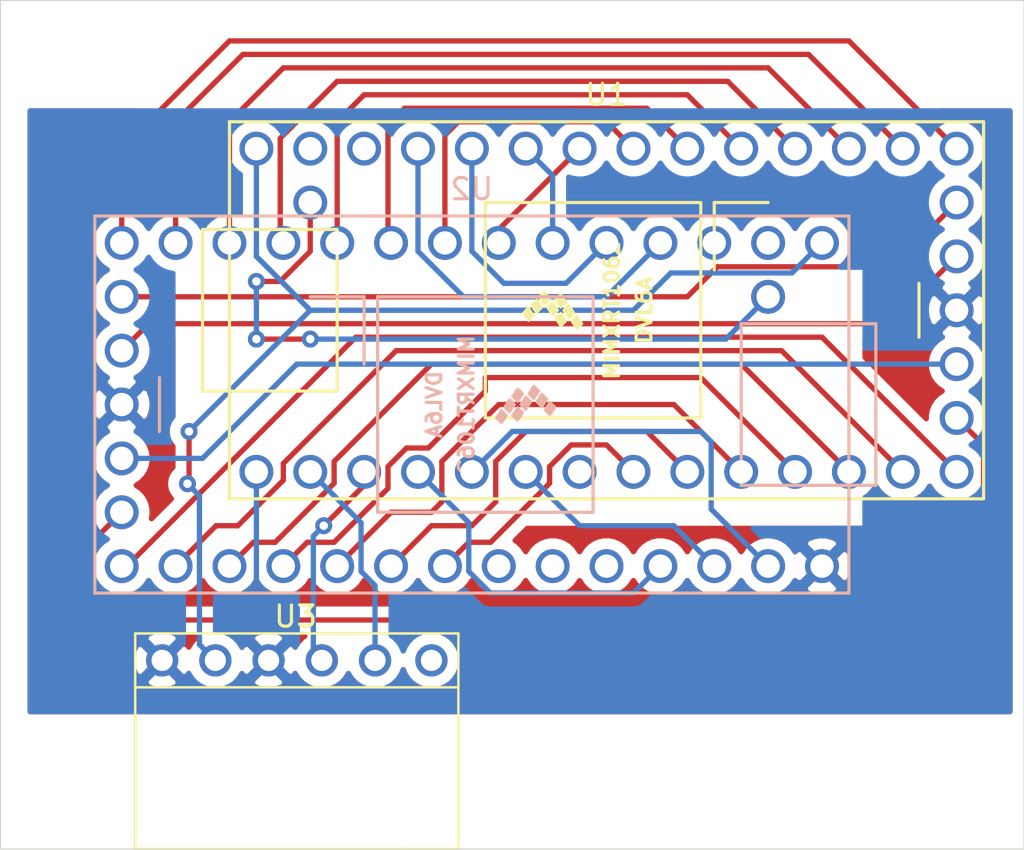
<source format=kicad_pcb>
(kicad_pcb (version 20171130) (host pcbnew "(5.1.9)-1")

  (general
    (thickness 1.6)
    (drawings 4)
    (tracks 161)
    (zones 0)
    (modules 3)
    (nets 39)
  )

  (page A4)
  (layers
    (0 F.Cu signal)
    (31 B.Cu signal)
    (32 B.Adhes user)
    (33 F.Adhes user)
    (34 B.Paste user)
    (35 F.Paste user)
    (36 B.SilkS user)
    (37 F.SilkS user)
    (38 B.Mask user)
    (39 F.Mask user)
    (40 Dwgs.User user)
    (41 Cmts.User user)
    (42 Eco1.User user)
    (43 Eco2.User user)
    (44 Edge.Cuts user)
    (45 Margin user)
    (46 B.CrtYd user)
    (47 F.CrtYd user)
    (48 B.Fab user)
    (49 F.Fab user)
  )

  (setup
    (last_trace_width 0.25)
    (trace_clearance 0.2)
    (zone_clearance 0.508)
    (zone_45_only no)
    (trace_min 0.2)
    (via_size 0.8)
    (via_drill 0.4)
    (via_min_size 0.4)
    (via_min_drill 0.3)
    (uvia_size 0.3)
    (uvia_drill 0.1)
    (uvias_allowed no)
    (uvia_min_size 0.2)
    (uvia_min_drill 0.1)
    (edge_width 0.05)
    (segment_width 0.2)
    (pcb_text_width 0.3)
    (pcb_text_size 1.5 1.5)
    (mod_edge_width 0.12)
    (mod_text_size 1 1)
    (mod_text_width 0.15)
    (pad_size 1.524 1.524)
    (pad_drill 1)
    (pad_to_mask_clearance 0)
    (aux_axis_origin 0 0)
    (visible_elements FFFFFF7F)
    (pcbplotparams
      (layerselection 0x010fc_ffffffff)
      (usegerberextensions false)
      (usegerberattributes true)
      (usegerberadvancedattributes true)
      (creategerberjobfile true)
      (excludeedgelayer true)
      (linewidth 0.100000)
      (plotframeref false)
      (viasonmask false)
      (mode 1)
      (useauxorigin false)
      (hpglpennumber 1)
      (hpglpenspeed 20)
      (hpglpendiameter 15.000000)
      (psnegative false)
      (psa4output false)
      (plotreference true)
      (plotvalue true)
      (plotinvisibletext false)
      (padsonsilk false)
      (subtractmaskfromsilk false)
      (outputformat 1)
      (mirror false)
      (drillshape 1)
      (scaleselection 1)
      (outputdirectory ""))
  )

  (net 0 "")
  (net 1 /GND)
  (net 2 /BT_RX)
  (net 3 /BT_TX)
  (net 4 /4)
  (net 5 /M2_encoder_B)
  (net 6 /M2_encoder_A)
  (net 7 /7)
  (net 8 /8)
  (net 9 /9)
  (net 10 /10)
  (net 11 /11)
  (net 12 /12)
  (net 13 /13)
  (net 14 /34)
  (net 15 /5v)
  (net 16 "Net-(U1-Pad32)")
  (net 17 "Net-(U1-Pad31)")
  (net 18 /30)
  (net 19 /29)
  (net 20 /28)
  (net 21 /27)
  (net 22 /26)
  (net 23 /25)
  (net 24 /24)
  (net 25 /23)
  (net 26 /22)
  (net 27 /21)
  (net 28 /14)
  (net 29 /15)
  (net 30 /3.3v)
  (net 31 /20)
  (net 32 /19)
  (net 33 /18)
  (net 34 "Net-(U2-Pad5)")
  (net 35 "Net-(U2-Pad6)")
  (net 36 "Net-(U2-Pad32)")
  (net 37 "Net-(U2-Pad31)")
  (net 38 "Net-(U3-Pad6)")

  (net_class Default "This is the default net class."
    (clearance 0.2)
    (trace_width 0.25)
    (via_dia 0.8)
    (via_drill 0.4)
    (uvia_dia 0.3)
    (uvia_drill 0.1)
    (add_net /10)
    (add_net /11)
    (add_net /12)
    (add_net /13)
    (add_net /14)
    (add_net /15)
    (add_net /18)
    (add_net /19)
    (add_net /20)
    (add_net /21)
    (add_net /22)
    (add_net /23)
    (add_net /24)
    (add_net /25)
    (add_net /26)
    (add_net /27)
    (add_net /28)
    (add_net /29)
    (add_net /3.3v)
    (add_net /30)
    (add_net /34)
    (add_net /4)
    (add_net /5v)
    (add_net /7)
    (add_net /8)
    (add_net /9)
    (add_net /BT_RX)
    (add_net /BT_TX)
    (add_net /GND)
    (add_net /M2_encoder_A)
    (add_net /M2_encoder_B)
    (add_net "Net-(U1-Pad31)")
    (add_net "Net-(U1-Pad32)")
    (add_net "Net-(U2-Pad31)")
    (add_net "Net-(U2-Pad32)")
    (add_net "Net-(U2-Pad5)")
    (add_net "Net-(U2-Pad6)")
    (add_net "Net-(U3-Pad6)")
  )

  (module "V1 Daughter Board:HC-05_Breakout" (layer F.Cu) (tedit 60865FAD) (tstamp 60872C8D)
    (at 69.85 78.74)
    (path /6087A894)
    (fp_text reference U3 (at 6.29 -2.07) (layer F.SilkS)
      (effects (font (size 1 1) (thickness 0.15)))
    )
    (fp_text value HC-05_Breakout (at 5.02 -3.07) (layer F.Fab)
      (effects (font (size 1 1) (thickness 0.15)))
    )
    (fp_line (start 11.43 8.89) (end -1.27 8.89) (layer F.SilkS) (width 0.12))
    (fp_line (start -1.27 8.89) (end -1.27 1.27) (layer F.SilkS) (width 0.12))
    (fp_line (start -1.27 -1.27) (end 11.43 -1.27) (layer F.SilkS) (width 0.12))
    (fp_line (start 11.43 1.27) (end -1.27 1.27) (layer F.SilkS) (width 0.12))
    (fp_line (start -1.27 1.27) (end -1.27 -1.27) (layer F.SilkS) (width 0.12))
    (fp_line (start 11.43 -1.27) (end 13.97 -1.27) (layer F.SilkS) (width 0.12))
    (fp_line (start 13.97 -1.27) (end 13.97 1.27) (layer F.SilkS) (width 0.12))
    (fp_line (start 13.97 1.27) (end 11.43 1.27) (layer F.SilkS) (width 0.12))
    (fp_line (start 13.97 1.27) (end 13.97 8.89) (layer F.SilkS) (width 0.12))
    (fp_line (start 13.97 8.89) (end 11.43 8.89) (layer F.SilkS) (width 0.12))
    (pad 6 thru_hole circle (at 12.7 0) (size 1.524 1.524) (drill 1) (layers *.Cu *.Mask)
      (net 38 "Net-(U3-Pad6)"))
    (pad 1 thru_hole circle (at 0 0) (size 1.524 1.524) (drill 1) (layers *.Cu *.Mask)
      (net 1 /GND))
    (pad 2 thru_hole circle (at 2.51 0) (size 1.524 1.524) (drill 1) (layers *.Cu *.Mask)
      (net 15 /5v))
    (pad 3 thru_hole circle (at 5.02 0) (size 1.524 1.524) (drill 1) (layers *.Cu *.Mask)
      (net 1 /GND))
    (pad 4 thru_hole circle (at 7.53 0) (size 1.524 1.524) (drill 1) (layers *.Cu *.Mask)
      (net 3 /BT_TX))
    (pad 5 thru_hole circle (at 10.04 0) (size 1.524 1.524) (drill 1) (layers *.Cu *.Mask)
      (net 2 /BT_RX))
  )

  (module "V1 Daughter Board:Teensy40_nosmd" (layer B.Cu) (tedit 60865BA0) (tstamp 60872C79)
    (at 84.455 66.675 180)
    (path /608874AF)
    (fp_text reference U2 (at 0 10.16) (layer B.SilkS)
      (effects (font (size 1 1) (thickness 0.15)) (justify mirror))
    )
    (fp_text value teensy_Teensy4.0 (at 0 -10.16) (layer B.Fab)
      (effects (font (size 1 1) (thickness 0.15)) (justify mirror))
    )
    (fp_text user DVL6A (at 1.778 0 270) (layer B.SilkS)
      (effects (font (size 0.7 0.7) (thickness 0.15)) (justify mirror))
    )
    (fp_text user MIMXRT1062 (at 0.254 0 270) (layer B.SilkS)
      (effects (font (size 0.7 0.7) (thickness 0.15)) (justify mirror))
    )
    (fp_poly (pts (xy -3.937 -0.127) (xy -3.683 0.127) (xy -3.429 -0.254) (xy -3.683 -0.508)) (layer B.SilkS) (width 0.1))
    (fp_poly (pts (xy -3.556 0.254) (xy -3.302 0.508) (xy -3.048 0.127) (xy -3.302 -0.127)) (layer B.SilkS) (width 0.1))
    (fp_poly (pts (xy -1.651 -0.508) (xy -1.397 -0.254) (xy -1.143 -0.635) (xy -1.397 -0.889)) (layer B.SilkS) (width 0.1))
    (fp_poly (pts (xy -2.032 0) (xy -1.778 0.254) (xy -1.524 -0.127) (xy -1.778 -0.381)) (layer B.SilkS) (width 0.1))
    (fp_poly (pts (xy -2.413 0.508) (xy -2.159 0.762) (xy -1.905 0.381) (xy -2.159 0.127)) (layer B.SilkS) (width 0.1))
    (fp_poly (pts (xy -2.413 -0.381) (xy -2.159 -0.127) (xy -1.905 -0.508) (xy -2.159 -0.762)) (layer B.SilkS) (width 0.1))
    (fp_poly (pts (xy -2.794 0.127) (xy -2.54 0.381) (xy -2.286 0) (xy -2.54 -0.254)) (layer B.SilkS) (width 0.1))
    (fp_poly (pts (xy -3.175 0.635) (xy -2.921 0.889) (xy -2.667 0.508) (xy -2.921 0.254)) (layer B.SilkS) (width 0.1))
    (fp_line (start 5.08 1.905) (end 5.08 5.08) (layer B.SilkS) (width 0.15))
    (fp_line (start 5.08 5.08) (end 7.62 5.08) (layer B.SilkS) (width 0.15))
    (fp_line (start -17.78 -8.89) (end -17.78 8.89) (layer B.SilkS) (width 0.15))
    (fp_line (start 17.78 -8.89) (end -17.78 -8.89) (layer B.SilkS) (width 0.15))
    (fp_line (start 17.78 8.89) (end 17.78 -8.89) (layer B.SilkS) (width 0.15))
    (fp_line (start -17.78 8.89) (end 17.78 8.89) (layer B.SilkS) (width 0.15))
    (fp_line (start 4.445 -5.08) (end -5.715 -5.08) (layer B.SilkS) (width 0.15))
    (fp_line (start 4.445 5.08) (end -5.715 5.08) (layer B.SilkS) (width 0.15))
    (fp_line (start -5.715 5.08) (end -5.715 -5.08) (layer B.SilkS) (width 0.15))
    (fp_line (start 4.445 -5.08) (end 4.445 5.08) (layer B.SilkS) (width 0.15))
    (fp_line (start 14.732 1.27) (end 14.732 -1.27) (layer B.SilkS) (width 0.15))
    (fp_line (start -12.7 -3.81) (end -17.78 -3.81) (layer B.SilkS) (width 0.15))
    (fp_line (start -12.7 3.81) (end -17.78 3.81) (layer B.SilkS) (width 0.15))
    (fp_line (start -12.7 -3.81) (end -12.7 3.81) (layer B.SilkS) (width 0.15))
    (fp_line (start -19.05 3.81) (end -17.78 3.81) (layer B.SilkS) (width 0.15))
    (fp_line (start -19.05 -3.81) (end -19.05 3.81) (layer B.SilkS) (width 0.15))
    (fp_line (start -17.78 -3.81) (end -19.05 -3.81) (layer B.SilkS) (width 0.15))
    (pad 1 thru_hole circle (at -16.51 -7.62 180) (size 1.6 1.6) (drill 1.1) (layers *.Cu *.Mask)
      (net 1 /GND))
    (pad 2 thru_hole circle (at -13.97 -7.62 180) (size 1.6 1.6) (drill 1.1) (layers *.Cu *.Mask)
      (net 5 /M2_encoder_B))
    (pad 3 thru_hole circle (at -11.43 -7.62 180) (size 1.6 1.6) (drill 1.1) (layers *.Cu *.Mask)
      (net 6 /M2_encoder_A))
    (pad 4 thru_hole circle (at -8.89 -7.62 180) (size 1.6 1.6) (drill 1.1) (layers *.Cu *.Mask)
      (net 4 /4))
    (pad 5 thru_hole circle (at -6.35 -7.62 180) (size 1.6 1.6) (drill 1.1) (layers *.Cu *.Mask)
      (net 34 "Net-(U2-Pad5)"))
    (pad 6 thru_hole circle (at -3.81 -7.62 180) (size 1.6 1.6) (drill 1.1) (layers *.Cu *.Mask)
      (net 35 "Net-(U2-Pad6)"))
    (pad 7 thru_hole circle (at -1.27 -7.62 180) (size 1.6 1.6) (drill 1.1) (layers *.Cu *.Mask)
      (net 7 /7))
    (pad 8 thru_hole circle (at 1.27 -7.62 180) (size 1.6 1.6) (drill 1.1) (layers *.Cu *.Mask)
      (net 8 /8))
    (pad 9 thru_hole circle (at 3.81 -7.62 180) (size 1.6 1.6) (drill 1.1) (layers *.Cu *.Mask)
      (net 9 /9))
    (pad 10 thru_hole circle (at 6.35 -7.62 180) (size 1.6 1.6) (drill 1.1) (layers *.Cu *.Mask)
      (net 10 /10))
    (pad 11 thru_hole circle (at 8.89 -7.62 180) (size 1.6 1.6) (drill 1.1) (layers *.Cu *.Mask)
      (net 11 /11))
    (pad 12 thru_hole circle (at 11.43 -7.62 180) (size 1.6 1.6) (drill 1.1) (layers *.Cu *.Mask)
      (net 12 /12))
    (pad 13 thru_hole circle (at 13.97 -7.62 180) (size 1.6 1.6) (drill 1.1) (layers *.Cu *.Mask)
      (net 13 /13))
    (pad 34 thru_hole circle (at -13.97 5.08 180) (size 1.6 1.6) (drill 1.1) (layers *.Cu *.Mask)
      (net 14 /34))
    (pad 33 thru_hole circle (at -16.51 7.62 180) (size 1.6 1.6) (drill 1.1) (layers *.Cu *.Mask)
      (net 15 /5v))
    (pad 32 thru_hole circle (at -13.97 7.62 180) (size 1.6 1.6) (drill 1.1) (layers *.Cu *.Mask)
      (net 36 "Net-(U2-Pad32)"))
    (pad 31 thru_hole circle (at -11.43 7.62 180) (size 1.6 1.6) (drill 1.1) (layers *.Cu *.Mask)
      (net 37 "Net-(U2-Pad31)"))
    (pad 30 thru_hole circle (at -8.89 7.62 180) (size 1.6 1.6) (drill 1.1) (layers *.Cu *.Mask)
      (net 18 /30))
    (pad 29 thru_hole circle (at -6.35 7.62 180) (size 1.6 1.6) (drill 1.1) (layers *.Cu *.Mask)
      (net 19 /29))
    (pad 28 thru_hole circle (at -3.81 7.62 180) (size 1.6 1.6) (drill 1.1) (layers *.Cu *.Mask)
      (net 20 /28))
    (pad 27 thru_hole circle (at -1.27 7.62 180) (size 1.6 1.6) (drill 1.1) (layers *.Cu *.Mask)
      (net 21 /27))
    (pad 26 thru_hole circle (at 1.27 7.62 180) (size 1.6 1.6) (drill 1.1) (layers *.Cu *.Mask)
      (net 22 /26))
    (pad 25 thru_hole circle (at 3.81 7.62 180) (size 1.6 1.6) (drill 1.1) (layers *.Cu *.Mask)
      (net 23 /25))
    (pad 24 thru_hole circle (at 6.35 7.62 180) (size 1.6 1.6) (drill 1.1) (layers *.Cu *.Mask)
      (net 24 /24))
    (pad 23 thru_hole circle (at 8.89 7.62 180) (size 1.6 1.6) (drill 1.1) (layers *.Cu *.Mask)
      (net 25 /23))
    (pad 22 thru_hole circle (at 11.43 7.62 180) (size 1.6 1.6) (drill 1.1) (layers *.Cu *.Mask)
      (net 26 /22))
    (pad 21 thru_hole circle (at 13.97 7.62 180) (size 1.6 1.6) (drill 1.1) (layers *.Cu *.Mask)
      (net 27 /21))
    (pad 14 thru_hole circle (at 16.51 -7.62 180) (size 1.6 1.6) (drill 1.1) (layers *.Cu *.Mask)
      (net 28 /14))
    (pad 15 thru_hole circle (at 16.51 -5.08 180) (size 1.6 1.6) (drill 1.1) (layers *.Cu *.Mask)
      (net 29 /15))
    (pad 16 thru_hole circle (at 16.51 -2.54 180) (size 1.6 1.6) (drill 1.1) (layers *.Cu *.Mask)
      (net 30 /3.3v))
    (pad 20 thru_hole circle (at 16.51 7.62 180) (size 1.6 1.6) (drill 1.1) (layers *.Cu *.Mask)
      (net 31 /20))
    (pad 19 thru_hole circle (at 16.51 5.08 180) (size 1.6 1.6) (drill 1.1) (layers *.Cu *.Mask)
      (net 32 /19))
    (pad 18 thru_hole circle (at 16.51 2.54 180) (size 1.6 1.6) (drill 1.1) (layers *.Cu *.Mask)
      (net 33 /18))
    (pad 17 thru_hole circle (at 16.51 0 180) (size 1.6 1.6) (drill 1.1) (layers *.Cu *.Mask)
      (net 1 /GND))
    (model ${KICAD_USER_DIR}/teensy.pretty/Teensy_4.0_Assembly.STEP
      (offset (xyz 33 9.5 -11))
      (scale (xyz 1 1 1))
      (rotate (xyz -90 0 0))
    )
  )

  (module "V1 Daughter Board:Teensy40_nosmd" (layer F.Cu) (tedit 60865BA0) (tstamp 60872C38)
    (at 90.805 62.23)
    (path /6084ADD0)
    (fp_text reference U1 (at 0 -10.16) (layer F.SilkS)
      (effects (font (size 1 1) (thickness 0.15)))
    )
    (fp_text value teensy_Teensy4.0 (at 0 10.16) (layer F.Fab)
      (effects (font (size 1 1) (thickness 0.15)))
    )
    (fp_text user DVL6A (at 1.778 0 90) (layer F.SilkS)
      (effects (font (size 0.7 0.7) (thickness 0.15)))
    )
    (fp_text user MIMXRT1062 (at 0.254 0 90) (layer F.SilkS)
      (effects (font (size 0.7 0.7) (thickness 0.15)))
    )
    (fp_poly (pts (xy -3.937 0.127) (xy -3.683 -0.127) (xy -3.429 0.254) (xy -3.683 0.508)) (layer F.SilkS) (width 0.1))
    (fp_poly (pts (xy -3.556 -0.254) (xy -3.302 -0.508) (xy -3.048 -0.127) (xy -3.302 0.127)) (layer F.SilkS) (width 0.1))
    (fp_poly (pts (xy -1.651 0.508) (xy -1.397 0.254) (xy -1.143 0.635) (xy -1.397 0.889)) (layer F.SilkS) (width 0.1))
    (fp_poly (pts (xy -2.032 0) (xy -1.778 -0.254) (xy -1.524 0.127) (xy -1.778 0.381)) (layer F.SilkS) (width 0.1))
    (fp_poly (pts (xy -2.413 -0.508) (xy -2.159 -0.762) (xy -1.905 -0.381) (xy -2.159 -0.127)) (layer F.SilkS) (width 0.1))
    (fp_poly (pts (xy -2.413 0.381) (xy -2.159 0.127) (xy -1.905 0.508) (xy -2.159 0.762)) (layer F.SilkS) (width 0.1))
    (fp_poly (pts (xy -2.794 -0.127) (xy -2.54 -0.381) (xy -2.286 0) (xy -2.54 0.254)) (layer F.SilkS) (width 0.1))
    (fp_poly (pts (xy -3.175 -0.635) (xy -2.921 -0.889) (xy -2.667 -0.508) (xy -2.921 -0.254)) (layer F.SilkS) (width 0.1))
    (fp_line (start 5.08 -1.905) (end 5.08 -5.08) (layer F.SilkS) (width 0.15))
    (fp_line (start 5.08 -5.08) (end 7.62 -5.08) (layer F.SilkS) (width 0.15))
    (fp_line (start -17.78 8.89) (end -17.78 -8.89) (layer F.SilkS) (width 0.15))
    (fp_line (start 17.78 8.89) (end -17.78 8.89) (layer F.SilkS) (width 0.15))
    (fp_line (start 17.78 -8.89) (end 17.78 8.89) (layer F.SilkS) (width 0.15))
    (fp_line (start -17.78 -8.89) (end 17.78 -8.89) (layer F.SilkS) (width 0.15))
    (fp_line (start 4.445 5.08) (end -5.715 5.08) (layer F.SilkS) (width 0.15))
    (fp_line (start 4.445 -5.08) (end -5.715 -5.08) (layer F.SilkS) (width 0.15))
    (fp_line (start -5.715 -5.08) (end -5.715 5.08) (layer F.SilkS) (width 0.15))
    (fp_line (start 4.445 5.08) (end 4.445 -5.08) (layer F.SilkS) (width 0.15))
    (fp_line (start 14.732 -1.27) (end 14.732 1.27) (layer F.SilkS) (width 0.15))
    (fp_line (start -12.7 3.81) (end -17.78 3.81) (layer F.SilkS) (width 0.15))
    (fp_line (start -12.7 -3.81) (end -17.78 -3.81) (layer F.SilkS) (width 0.15))
    (fp_line (start -12.7 3.81) (end -12.7 -3.81) (layer F.SilkS) (width 0.15))
    (fp_line (start -19.05 -3.81) (end -17.78 -3.81) (layer F.SilkS) (width 0.15))
    (fp_line (start -19.05 3.81) (end -19.05 -3.81) (layer F.SilkS) (width 0.15))
    (fp_line (start -17.78 3.81) (end -19.05 3.81) (layer F.SilkS) (width 0.15))
    (pad 1 thru_hole circle (at -16.51 7.62) (size 1.6 1.6) (drill 1.1) (layers *.Cu *.Mask)
      (net 1 /GND))
    (pad 2 thru_hole circle (at -13.97 7.62) (size 1.6 1.6) (drill 1.1) (layers *.Cu *.Mask)
      (net 2 /BT_RX))
    (pad 3 thru_hole circle (at -11.43 7.62) (size 1.6 1.6) (drill 1.1) (layers *.Cu *.Mask)
      (net 3 /BT_TX))
    (pad 4 thru_hole circle (at -8.89 7.62) (size 1.6 1.6) (drill 1.1) (layers *.Cu *.Mask)
      (net 4 /4))
    (pad 5 thru_hole circle (at -6.35 7.62) (size 1.6 1.6) (drill 1.1) (layers *.Cu *.Mask)
      (net 5 /M2_encoder_B))
    (pad 6 thru_hole circle (at -3.81 7.62) (size 1.6 1.6) (drill 1.1) (layers *.Cu *.Mask)
      (net 6 /M2_encoder_A))
    (pad 7 thru_hole circle (at -1.27 7.62) (size 1.6 1.6) (drill 1.1) (layers *.Cu *.Mask)
      (net 7 /7))
    (pad 8 thru_hole circle (at 1.27 7.62) (size 1.6 1.6) (drill 1.1) (layers *.Cu *.Mask)
      (net 8 /8))
    (pad 9 thru_hole circle (at 3.81 7.62) (size 1.6 1.6) (drill 1.1) (layers *.Cu *.Mask)
      (net 9 /9))
    (pad 10 thru_hole circle (at 6.35 7.62) (size 1.6 1.6) (drill 1.1) (layers *.Cu *.Mask)
      (net 10 /10))
    (pad 11 thru_hole circle (at 8.89 7.62) (size 1.6 1.6) (drill 1.1) (layers *.Cu *.Mask)
      (net 11 /11))
    (pad 12 thru_hole circle (at 11.43 7.62) (size 1.6 1.6) (drill 1.1) (layers *.Cu *.Mask)
      (net 12 /12))
    (pad 13 thru_hole circle (at 13.97 7.62) (size 1.6 1.6) (drill 1.1) (layers *.Cu *.Mask)
      (net 13 /13))
    (pad 34 thru_hole circle (at -13.97 -5.08) (size 1.6 1.6) (drill 1.1) (layers *.Cu *.Mask)
      (net 14 /34))
    (pad 33 thru_hole circle (at -16.51 -7.62) (size 1.6 1.6) (drill 1.1) (layers *.Cu *.Mask)
      (net 15 /5v))
    (pad 32 thru_hole circle (at -13.97 -7.62) (size 1.6 1.6) (drill 1.1) (layers *.Cu *.Mask)
      (net 16 "Net-(U1-Pad32)"))
    (pad 31 thru_hole circle (at -11.43 -7.62) (size 1.6 1.6) (drill 1.1) (layers *.Cu *.Mask)
      (net 17 "Net-(U1-Pad31)"))
    (pad 30 thru_hole circle (at -8.89 -7.62) (size 1.6 1.6) (drill 1.1) (layers *.Cu *.Mask)
      (net 18 /30))
    (pad 29 thru_hole circle (at -6.35 -7.62) (size 1.6 1.6) (drill 1.1) (layers *.Cu *.Mask)
      (net 19 /29))
    (pad 28 thru_hole circle (at -3.81 -7.62) (size 1.6 1.6) (drill 1.1) (layers *.Cu *.Mask)
      (net 20 /28))
    (pad 27 thru_hole circle (at -1.27 -7.62) (size 1.6 1.6) (drill 1.1) (layers *.Cu *.Mask)
      (net 21 /27))
    (pad 26 thru_hole circle (at 1.27 -7.62) (size 1.6 1.6) (drill 1.1) (layers *.Cu *.Mask)
      (net 22 /26))
    (pad 25 thru_hole circle (at 3.81 -7.62) (size 1.6 1.6) (drill 1.1) (layers *.Cu *.Mask)
      (net 23 /25))
    (pad 24 thru_hole circle (at 6.35 -7.62) (size 1.6 1.6) (drill 1.1) (layers *.Cu *.Mask)
      (net 24 /24))
    (pad 23 thru_hole circle (at 8.89 -7.62) (size 1.6 1.6) (drill 1.1) (layers *.Cu *.Mask)
      (net 25 /23))
    (pad 22 thru_hole circle (at 11.43 -7.62) (size 1.6 1.6) (drill 1.1) (layers *.Cu *.Mask)
      (net 26 /22))
    (pad 21 thru_hole circle (at 13.97 -7.62) (size 1.6 1.6) (drill 1.1) (layers *.Cu *.Mask)
      (net 27 /21))
    (pad 14 thru_hole circle (at 16.51 7.62) (size 1.6 1.6) (drill 1.1) (layers *.Cu *.Mask)
      (net 28 /14))
    (pad 15 thru_hole circle (at 16.51 5.08) (size 1.6 1.6) (drill 1.1) (layers *.Cu *.Mask)
      (net 29 /15))
    (pad 16 thru_hole circle (at 16.51 2.54) (size 1.6 1.6) (drill 1.1) (layers *.Cu *.Mask)
      (net 30 /3.3v))
    (pad 20 thru_hole circle (at 16.51 -7.62) (size 1.6 1.6) (drill 1.1) (layers *.Cu *.Mask)
      (net 31 /20))
    (pad 19 thru_hole circle (at 16.51 -5.08) (size 1.6 1.6) (drill 1.1) (layers *.Cu *.Mask)
      (net 32 /19))
    (pad 18 thru_hole circle (at 16.51 -2.54) (size 1.6 1.6) (drill 1.1) (layers *.Cu *.Mask)
      (net 33 /18))
    (pad 17 thru_hole circle (at 16.51 0) (size 1.6 1.6) (drill 1.1) (layers *.Cu *.Mask)
      (net 1 /GND))
    (model ${KICAD_USER_DIR}/teensy.pretty/Teensy_4.0_Assembly.STEP
      (offset (xyz 33 9.5 -11))
      (scale (xyz 1 1 1))
      (rotate (xyz -90 0 0))
    )
  )

  (gr_line (start 110.49 87.63) (end 62.23 87.63) (layer Edge.Cuts) (width 0.05) (tstamp 60873214))
  (gr_line (start 110.49 47.625) (end 110.49 87.63) (layer Edge.Cuts) (width 0.05))
  (gr_line (start 62.23 47.625) (end 110.49 47.625) (layer Edge.Cuts) (width 0.05))
  (gr_line (start 62.23 87.63) (end 62.23 47.625) (layer Edge.Cuts) (width 0.05))

  (segment (start 74.295 69.85) (end 74.295 76.2) (width 0.25) (layer B.Cu) (net 1))
  (segment (start 79.230001 72.245001) (end 76.835 69.85) (width 0.25) (layer B.Cu) (net 2))
  (segment (start 79.230001 74.545003) (end 79.230001 72.245001) (width 0.25) (layer B.Cu) (net 2))
  (segment (start 79.89 75.205002) (end 79.230001 74.545003) (width 0.25) (layer B.Cu) (net 2))
  (segment (start 79.89 78.74) (end 79.89 75.205002) (width 0.25) (layer B.Cu) (net 2))
  (via (at 77.47 72.39) (size 0.8) (drill 0.4) (layers F.Cu B.Cu) (net 3))
  (segment (start 76.979999 72.880001) (end 77.47 72.39) (width 0.25) (layer B.Cu) (net 3))
  (segment (start 76.979999 78.339999) (end 76.979999 72.880001) (width 0.25) (layer B.Cu) (net 3))
  (segment (start 77.38 78.74) (end 76.979999 78.339999) (width 0.25) (layer B.Cu) (net 3))
  (segment (start 79.375 70.485) (end 79.375 69.85) (width 0.25) (layer F.Cu) (net 3))
  (segment (start 77.47 72.39) (end 79.375 70.485) (width 0.25) (layer F.Cu) (net 3))
  (segment (start 93.345 74.295) (end 92.075 75.565) (width 0.25) (layer B.Cu) (net 4))
  (segment (start 84.310001 72.245001) (end 81.915 69.85) (width 0.25) (layer B.Cu) (net 4))
  (segment (start 84.310001 74.545003) (end 84.310001 72.245001) (width 0.25) (layer B.Cu) (net 4))
  (segment (start 85.329998 75.565) (end 84.310001 74.545003) (width 0.25) (layer B.Cu) (net 4))
  (segment (start 92.075 75.565) (end 85.329998 75.565) (width 0.25) (layer B.Cu) (net 4))
  (segment (start 95.740001 71.610001) (end 95.740001 68.435001) (width 0.25) (layer B.Cu) (net 5))
  (segment (start 98.425 74.295) (end 95.740001 71.610001) (width 0.25) (layer B.Cu) (net 5))
  (segment (start 95.740001 68.435001) (end 95.25 67.945) (width 0.25) (layer B.Cu) (net 5))
  (segment (start 86.36 67.945) (end 84.455 69.85) (width 0.25) (layer B.Cu) (net 5))
  (segment (start 95.25 67.945) (end 86.36 67.945) (width 0.25) (layer B.Cu) (net 5))
  (segment (start 86.995 69.85) (end 89.535 72.39) (width 0.25) (layer B.Cu) (net 6))
  (segment (start 93.98 72.39) (end 95.885 74.295) (width 0.25) (layer B.Cu) (net 6))
  (segment (start 89.535 72.39) (end 93.98 72.39) (width 0.25) (layer B.Cu) (net 6))
  (segment (start 92.075 69.85) (end 90.805 68.58) (width 0.25) (layer F.Cu) (net 8))
  (segment (start 84.310001 73.169999) (end 83.185 74.295) (width 0.25) (layer F.Cu) (net 8))
  (segment (start 85.340003 73.169999) (end 84.310001 73.169999) (width 0.25) (layer F.Cu) (net 8))
  (segment (start 88.120001 70.390001) (end 85.340003 73.169999) (width 0.25) (layer F.Cu) (net 8))
  (segment (start 88.120001 69.599997) (end 88.120001 70.390001) (width 0.25) (layer F.Cu) (net 8))
  (segment (start 89.139998 68.58) (end 88.120001 69.599997) (width 0.25) (layer F.Cu) (net 8))
  (segment (start 90.805 68.58) (end 89.139998 68.58) (width 0.25) (layer F.Cu) (net 8))
  (segment (start 80.64641 74.295) (end 80.645 74.295) (width 0.25) (layer F.Cu) (net 9))
  (segment (start 82.55141 72.39) (end 80.64641 74.295) (width 0.25) (layer F.Cu) (net 9))
  (segment (start 84.455 72.39) (end 82.55141 72.39) (width 0.25) (layer F.Cu) (net 9))
  (segment (start 85.580001 69.359999) (end 85.580001 71.264999) (width 0.25) (layer F.Cu) (net 9))
  (segment (start 85.580001 71.264999) (end 84.455 72.39) (width 0.25) (layer F.Cu) (net 9))
  (segment (start 86.995 67.945) (end 85.580001 69.359999) (width 0.25) (layer F.Cu) (net 9))
  (segment (start 92.71 67.945) (end 86.995 67.945) (width 0.25) (layer F.Cu) (net 9))
  (segment (start 94.615 69.85) (end 92.71 67.945) (width 0.25) (layer F.Cu) (net 9))
  (segment (start 97.155 69.85) (end 93.98 66.675) (width 0.25) (layer F.Cu) (net 10))
  (segment (start 93.98 66.675) (end 85.725 66.675) (width 0.25) (layer F.Cu) (net 10))
  (segment (start 83.040001 69.359999) (end 83.040001 71.264999) (width 0.25) (layer F.Cu) (net 10))
  (segment (start 85.725 66.675) (end 83.040001 69.359999) (width 0.25) (layer F.Cu) (net 10))
  (segment (start 79.230001 73.169999) (end 78.105 74.295) (width 0.25) (layer F.Cu) (net 10))
  (segment (start 80.645 71.755) (end 79.230001 73.169999) (width 0.25) (layer F.Cu) (net 10))
  (segment (start 82.55 71.755) (end 80.645 71.755) (width 0.25) (layer F.Cu) (net 10))
  (segment (start 83.040001 71.264999) (end 82.55 71.755) (width 0.25) (layer F.Cu) (net 10))
  (segment (start 99.695 69.85) (end 95.25 65.405) (width 0.25) (layer F.Cu) (net 11))
  (segment (start 95.25 65.405) (end 85.09 65.405) (width 0.25) (layer F.Cu) (net 11))
  (segment (start 80.500001 69.599997) (end 80.500001 70.629999) (width 0.25) (layer F.Cu) (net 11))
  (segment (start 81.374999 68.724999) (end 80.500001 69.599997) (width 0.25) (layer F.Cu) (net 11))
  (segment (start 82.405001 68.724999) (end 81.374999 68.724999) (width 0.25) (layer F.Cu) (net 11))
  (segment (start 85.09 66.04) (end 82.405001 68.724999) (width 0.25) (layer F.Cu) (net 11))
  (segment (start 85.09 65.405) (end 85.09 66.04) (width 0.25) (layer F.Cu) (net 11))
  (segment (start 76.690001 73.169999) (end 75.565 74.295) (width 0.25) (layer F.Cu) (net 11))
  (segment (start 77.960001 73.169999) (end 76.690001 73.169999) (width 0.25) (layer F.Cu) (net 11))
  (segment (start 80.500001 70.629999) (end 77.960001 73.169999) (width 0.25) (layer F.Cu) (net 11))
  (segment (start 102.235 69.85) (end 97.155 64.77) (width 0.25) (layer F.Cu) (net 12))
  (segment (start 97.155 64.77) (end 82.55 64.77) (width 0.25) (layer F.Cu) (net 12))
  (segment (start 74.150001 73.169999) (end 73.025 74.295) (width 0.25) (layer F.Cu) (net 12))
  (segment (start 75.180003 73.169999) (end 74.150001 73.169999) (width 0.25) (layer F.Cu) (net 12))
  (segment (start 77.960001 70.390001) (end 75.180003 73.169999) (width 0.25) (layer F.Cu) (net 12))
  (segment (start 77.960001 69.359999) (end 77.960001 70.390001) (width 0.25) (layer F.Cu) (net 12))
  (segment (start 82.55 64.77) (end 77.960001 69.359999) (width 0.25) (layer F.Cu) (net 12))
  (segment (start 104.775 69.85) (end 99.06 64.135) (width 0.25) (layer F.Cu) (net 13))
  (segment (start 80.884998 64.135) (end 75.565 69.454998) (width 0.25) (layer F.Cu) (net 13))
  (segment (start 99.06 64.135) (end 80.884998 64.135) (width 0.25) (layer F.Cu) (net 13))
  (segment (start 75.565 69.454998) (end 75.565 70.245002) (width 0.25) (layer F.Cu) (net 13))
  (segment (start 75.565 70.245002) (end 73.420002 72.39) (width 0.25) (layer F.Cu) (net 13))
  (segment (start 72.39 72.39) (end 70.485 74.295) (width 0.25) (layer F.Cu) (net 13))
  (segment (start 73.420002 72.39) (end 72.39 72.39) (width 0.25) (layer F.Cu) (net 13))
  (via (at 76.835 63.59) (size 0.8) (drill 0.4) (layers F.Cu B.Cu) (net 14))
  (segment (start 96.43 63.59) (end 76.835 63.59) (width 0.25) (layer B.Cu) (net 14))
  (segment (start 98.425 61.595) (end 96.43 63.59) (width 0.25) (layer B.Cu) (net 14))
  (via (at 74.295 63.59) (size 0.8) (drill 0.4) (layers F.Cu B.Cu) (net 14))
  (segment (start 76.835 63.59) (end 74.295 63.59) (width 0.25) (layer F.Cu) (net 14))
  (via (at 74.295 60.87) (size 0.8) (drill 0.4) (layers F.Cu B.Cu) (net 14))
  (segment (start 74.295 63.59) (end 74.295 60.87) (width 0.25) (layer B.Cu) (net 14))
  (segment (start 76.835 59.450002) (end 76.835 57.15) (width 0.25) (layer F.Cu) (net 14))
  (segment (start 75.415002 60.87) (end 76.835 59.450002) (width 0.25) (layer F.Cu) (net 14))
  (segment (start 74.295 60.87) (end 75.415002 60.87) (width 0.25) (layer F.Cu) (net 14))
  (segment (start 99.550001 60.469999) (end 93.835001 60.469999) (width 0.25) (layer B.Cu) (net 15))
  (segment (start 100.965 59.055) (end 99.550001 60.469999) (width 0.25) (layer B.Cu) (net 15))
  (segment (start 93.835001 60.469999) (end 92.075 62.23) (width 0.25) (layer B.Cu) (net 15))
  (segment (start 74.295 59.450002) (end 74.295 54.61) (width 0.25) (layer B.Cu) (net 15))
  (segment (start 92.075 62.23) (end 77.074998 62.23) (width 0.25) (layer B.Cu) (net 15))
  (segment (start 77.074998 62.23) (end 76.835 62.23) (width 0.25) (layer B.Cu) (net 15))
  (segment (start 76.835 62.23) (end 71.610001 67.454999) (width 0.25) (layer B.Cu) (net 15))
  (segment (start 76.835 62.23) (end 74.295 59.69) (width 0.25) (layer B.Cu) (net 15))
  (segment (start 74.295 59.69) (end 74.295 59.450002) (width 0.25) (layer B.Cu) (net 15))
  (via (at 71.12 67.945) (size 0.8) (drill 0.4) (layers F.Cu B.Cu) (net 15))
  (segment (start 71.610001 67.454999) (end 71.12 67.945) (width 0.25) (layer B.Cu) (net 15))
  (via (at 71.044846 70.409846) (size 0.8) (drill 0.4) (layers F.Cu B.Cu) (net 15))
  (segment (start 71.12 70.334692) (end 71.044846 70.409846) (width 0.25) (layer F.Cu) (net 15))
  (segment (start 71.12 67.945) (end 71.12 70.334692) (width 0.25) (layer F.Cu) (net 15))
  (segment (start 71.610001 70.975001) (end 71.044846 70.409846) (width 0.25) (layer B.Cu) (net 15))
  (segment (start 71.610001 77.990001) (end 71.610001 70.975001) (width 0.25) (layer B.Cu) (net 15))
  (segment (start 72.36 78.74) (end 71.610001 77.990001) (width 0.25) (layer B.Cu) (net 15))
  (segment (start 93.345 59.055) (end 90.805 61.595) (width 0.25) (layer B.Cu) (net 18))
  (segment (start 81.915 59.450002) (end 81.915 54.61) (width 0.25) (layer B.Cu) (net 18))
  (segment (start 84.059998 61.595) (end 81.915 59.450002) (width 0.25) (layer B.Cu) (net 18))
  (segment (start 90.805 61.595) (end 84.059998 61.595) (width 0.25) (layer B.Cu) (net 18))
  (segment (start 90.805 59.055) (end 88.9 60.96) (width 0.25) (layer B.Cu) (net 19))
  (segment (start 84.455 59.450002) (end 84.455 54.61) (width 0.25) (layer B.Cu) (net 19))
  (segment (start 85.964998 60.96) (end 84.455 59.450002) (width 0.25) (layer B.Cu) (net 19))
  (segment (start 88.9 60.96) (end 85.964998 60.96) (width 0.25) (layer B.Cu) (net 19))
  (segment (start 88.265 55.88) (end 86.995 54.61) (width 0.25) (layer B.Cu) (net 20))
  (segment (start 88.265 59.055) (end 88.265 55.88) (width 0.25) (layer B.Cu) (net 20))
  (segment (start 85.725 58.42) (end 85.725 59.055) (width 0.25) (layer F.Cu) (net 21))
  (segment (start 89.535 54.61) (end 85.725 58.42) (width 0.25) (layer F.Cu) (net 21))
  (segment (start 92.075 54.61) (end 90.805 53.34) (width 0.25) (layer F.Cu) (net 22))
  (segment (start 90.805 53.34) (end 83.82 53.34) (width 0.25) (layer F.Cu) (net 22))
  (segment (start 83.185 53.975) (end 83.185 59.055) (width 0.25) (layer F.Cu) (net 22))
  (segment (start 83.82 53.34) (end 83.185 53.975) (width 0.25) (layer F.Cu) (net 22))
  (segment (start 94.615 54.61) (end 92.71 52.705) (width 0.25) (layer F.Cu) (net 23))
  (segment (start 92.71 52.705) (end 81.28 52.705) (width 0.25) (layer F.Cu) (net 23))
  (segment (start 80.500001 58.910001) (end 80.645 59.055) (width 0.25) (layer F.Cu) (net 23))
  (segment (start 80.500001 53.484999) (end 80.500001 58.910001) (width 0.25) (layer F.Cu) (net 23))
  (segment (start 81.28 52.705) (end 80.500001 53.484999) (width 0.25) (layer F.Cu) (net 23))
  (segment (start 97.155 54.61) (end 94.615 52.07) (width 0.25) (layer F.Cu) (net 24))
  (segment (start 94.615 52.07) (end 79.375 52.07) (width 0.25) (layer F.Cu) (net 24))
  (segment (start 79.375 52.07) (end 78.105 53.34) (width 0.25) (layer F.Cu) (net 24))
  (segment (start 78.105 53.34) (end 78.105 59.055) (width 0.25) (layer F.Cu) (net 24))
  (segment (start 99.695 54.61) (end 96.52 51.435) (width 0.25) (layer F.Cu) (net 25))
  (segment (start 96.52 51.435) (end 78.105 51.435) (width 0.25) (layer F.Cu) (net 25))
  (segment (start 75.420001 58.910001) (end 75.565 59.055) (width 0.25) (layer F.Cu) (net 25))
  (segment (start 75.420001 54.119999) (end 75.420001 58.910001) (width 0.25) (layer F.Cu) (net 25))
  (segment (start 78.105 51.435) (end 75.420001 54.119999) (width 0.25) (layer F.Cu) (net 25))
  (segment (start 102.235 54.61) (end 98.425 50.8) (width 0.25) (layer F.Cu) (net 26))
  (segment (start 98.425 50.8) (end 75.565 50.8) (width 0.25) (layer F.Cu) (net 26))
  (segment (start 73.025 53.34) (end 73.025 59.055) (width 0.25) (layer F.Cu) (net 26))
  (segment (start 75.565 50.8) (end 73.025 53.34) (width 0.25) (layer F.Cu) (net 26))
  (segment (start 104.775 54.61) (end 100.33 50.165) (width 0.25) (layer F.Cu) (net 27))
  (segment (start 100.33 50.165) (end 73.66 50.165) (width 0.25) (layer F.Cu) (net 27))
  (segment (start 70.485 53.34) (end 70.485 59.055) (width 0.25) (layer F.Cu) (net 27))
  (segment (start 73.66 50.165) (end 70.485 53.34) (width 0.25) (layer F.Cu) (net 27))
  (segment (start 68.184998 74.295) (end 67.945 74.295) (width 0.25) (layer F.Cu) (net 28))
  (segment (start 78.979998 63.5) (end 68.184998 74.295) (width 0.25) (layer F.Cu) (net 28))
  (segment (start 100.965 63.5) (end 78.979998 63.5) (width 0.25) (layer F.Cu) (net 28))
  (segment (start 107.315 69.85) (end 100.965 63.5) (width 0.25) (layer F.Cu) (net 28))
  (segment (start 67.945 71.755) (end 65.405 74.295) (width 0.25) (layer F.Cu) (net 29))
  (segment (start 65.405 74.295) (end 65.405 76.2) (width 0.25) (layer F.Cu) (net 29))
  (segment (start 65.405 76.2) (end 66.04 76.835) (width 0.25) (layer F.Cu) (net 29))
  (segment (start 66.04 76.835) (end 107.95 76.835) (width 0.25) (layer F.Cu) (net 29))
  (segment (start 108.585 68.58) (end 108.585 76.2) (width 0.25) (layer F.Cu) (net 29))
  (segment (start 108.585 68.58) (end 107.315 67.31) (width 0.25) (layer F.Cu) (net 29))
  (segment (start 108.585 76.2) (end 107.95 76.835) (width 0.25) (layer F.Cu) (net 29))
  (segment (start 71.755 69.215) (end 67.945 69.215) (width 0.25) (layer B.Cu) (net 30))
  (segment (start 76.2 64.77) (end 71.755 69.215) (width 0.25) (layer B.Cu) (net 30))
  (segment (start 107.315 64.77) (end 76.2 64.77) (width 0.25) (layer B.Cu) (net 30))
  (segment (start 107.315 54.61) (end 102.235 49.53) (width 0.25) (layer F.Cu) (net 31))
  (segment (start 102.235 49.53) (end 73.025 49.53) (width 0.25) (layer F.Cu) (net 31))
  (segment (start 67.945 54.61) (end 67.945 59.055) (width 0.25) (layer F.Cu) (net 31))
  (segment (start 73.025 49.53) (end 67.945 54.61) (width 0.25) (layer F.Cu) (net 31))
  (segment (start 67.945 61.595) (end 94.615 61.595) (width 0.25) (layer F.Cu) (net 32))
  (segment (start 104.284999 60.180001) (end 107.315 57.15) (width 0.25) (layer F.Cu) (net 32))
  (segment (start 96.029999 60.180001) (end 104.284999 60.180001) (width 0.25) (layer F.Cu) (net 32))
  (segment (start 94.615 61.595) (end 96.029999 60.180001) (width 0.25) (layer F.Cu) (net 32))
  (segment (start 104.14 62.865) (end 107.315 59.69) (width 0.25) (layer F.Cu) (net 33))
  (segment (start 69.215 62.865) (end 104.14 62.865) (width 0.25) (layer F.Cu) (net 33))
  (segment (start 67.945 64.135) (end 69.215 62.865) (width 0.25) (layer F.Cu) (net 33))

  (zone (net 0) (net_name "") (layers F&B.Cu) (tstamp 0) (hatch edge 0.508)
    (connect_pads (clearance 0.508))
    (min_thickness 0.254)
    (keepout (tracks allowed) (vias allowed) (copperpour not_allowed))
    (fill (arc_segments 32) (thermal_gap 0.508) (thermal_bridge_width 0.508))
    (polygon
      (pts
        (xy 102.87 72.39) (xy 70.485 72.39) (xy 70.485 60.325) (xy 102.87 60.325)
      )
    )
  )
  (zone (net 1) (net_name /GND) (layer F.Cu) (tstamp 0) (hatch edge 0.508)
    (connect_pads (clearance 0.508))
    (min_thickness 0.254)
    (fill yes (arc_segments 32) (thermal_gap 0.508) (thermal_bridge_width 0.508))
    (polygon
      (pts
        (xy 110.49 81.28) (xy 63.5 81.28) (xy 63.5 52.705) (xy 110.49 52.705)
      )
    )
    (filled_polygon
      (pts
        (xy 67.434003 54.046196) (xy 67.404999 54.069999) (xy 67.360694 54.123985) (xy 67.310026 54.185724) (xy 67.276378 54.248675)
        (xy 67.239454 54.317754) (xy 67.195997 54.461015) (xy 67.185 54.572668) (xy 67.185 54.572678) (xy 67.181324 54.61)
        (xy 67.185 54.647323) (xy 67.185001 57.836956) (xy 67.030241 57.940363) (xy 66.830363 58.140241) (xy 66.67332 58.375273)
        (xy 66.565147 58.636426) (xy 66.51 58.913665) (xy 66.51 59.196335) (xy 66.565147 59.473574) (xy 66.67332 59.734727)
        (xy 66.830363 59.969759) (xy 67.030241 60.169637) (xy 67.262759 60.325) (xy 67.030241 60.480363) (xy 66.830363 60.680241)
        (xy 66.67332 60.915273) (xy 66.565147 61.176426) (xy 66.51 61.453665) (xy 66.51 61.736335) (xy 66.565147 62.013574)
        (xy 66.67332 62.274727) (xy 66.830363 62.509759) (xy 67.030241 62.709637) (xy 67.262759 62.865) (xy 67.030241 63.020363)
        (xy 66.830363 63.220241) (xy 66.67332 63.455273) (xy 66.565147 63.716426) (xy 66.51 63.993665) (xy 66.51 64.276335)
        (xy 66.565147 64.553574) (xy 66.67332 64.814727) (xy 66.830363 65.049759) (xy 67.030241 65.249637) (xy 67.264128 65.405915)
        (xy 67.203486 65.438329) (xy 67.131903 65.682298) (xy 67.945 66.495395) (xy 68.758097 65.682298) (xy 68.686514 65.438329)
        (xy 68.622008 65.407806) (xy 68.624727 65.40668) (xy 68.859759 65.249637) (xy 69.059637 65.049759) (xy 69.21668 64.814727)
        (xy 69.324853 64.553574) (xy 69.38 64.276335) (xy 69.38 63.993665) (xy 69.343688 63.811114) (xy 69.529802 63.625)
        (xy 70.358 63.625) (xy 70.358 67.243289) (xy 70.316063 67.285226) (xy 70.202795 67.454744) (xy 70.124774 67.643102)
        (xy 70.085 67.843061) (xy 70.085 68.046939) (xy 70.124774 68.246898) (xy 70.202795 68.435256) (xy 70.316063 68.604774)
        (xy 70.358 68.646711) (xy 70.358 69.632981) (xy 70.240909 69.750072) (xy 70.127641 69.91959) (xy 70.04962 70.107948)
        (xy 70.009846 70.307907) (xy 70.009846 70.511785) (xy 70.04962 70.711744) (xy 70.127641 70.900102) (xy 70.240909 71.06962)
        (xy 70.288243 71.116954) (xy 69.348003 72.057194) (xy 69.38 71.896335) (xy 69.38 71.613665) (xy 69.324853 71.336426)
        (xy 69.21668 71.075273) (xy 69.059637 70.840241) (xy 68.859759 70.640363) (xy 68.627241 70.485) (xy 68.859759 70.329637)
        (xy 69.059637 70.129759) (xy 69.21668 69.894727) (xy 69.324853 69.633574) (xy 69.38 69.356335) (xy 69.38 69.073665)
        (xy 69.324853 68.796426) (xy 69.21668 68.535273) (xy 69.059637 68.300241) (xy 68.859759 68.100363) (xy 68.625872 67.944085)
        (xy 68.686514 67.911671) (xy 68.758097 67.667702) (xy 67.945 66.854605) (xy 67.131903 67.667702) (xy 67.203486 67.911671)
        (xy 67.267992 67.942194) (xy 67.265273 67.94332) (xy 67.030241 68.100363) (xy 66.830363 68.300241) (xy 66.67332 68.535273)
        (xy 66.565147 68.796426) (xy 66.51 69.073665) (xy 66.51 69.356335) (xy 66.565147 69.633574) (xy 66.67332 69.894727)
        (xy 66.830363 70.129759) (xy 67.030241 70.329637) (xy 67.262759 70.485) (xy 67.030241 70.640363) (xy 66.830363 70.840241)
        (xy 66.67332 71.075273) (xy 66.565147 71.336426) (xy 66.51 71.613665) (xy 66.51 71.896335) (xy 66.546312 72.078886)
        (xy 64.894003 73.731196) (xy 64.864999 73.754999) (xy 64.823987 73.804973) (xy 64.770026 73.870724) (xy 64.744221 73.919002)
        (xy 64.699454 74.002754) (xy 64.655997 74.146015) (xy 64.645 74.257668) (xy 64.645 74.257678) (xy 64.641324 74.295)
        (xy 64.645 74.332323) (xy 64.645001 76.162668) (xy 64.641324 76.2) (xy 64.655998 76.348985) (xy 64.699454 76.492246)
        (xy 64.770026 76.624276) (xy 64.841201 76.711002) (xy 64.865 76.740001) (xy 64.893998 76.763799) (xy 65.4762 77.346002)
        (xy 65.499999 77.375001) (xy 65.528997 77.398799) (xy 65.615724 77.469974) (xy 65.747753 77.540546) (xy 65.891014 77.584003)
        (xy 66.04 77.598677) (xy 66.077333 77.595) (xy 69.114098 77.595) (xy 69.06404 77.774435) (xy 69.85 78.560395)
        (xy 70.63596 77.774435) (xy 70.585902 77.595) (xy 71.559082 77.595) (xy 71.469465 77.65488) (xy 71.27488 77.849465)
        (xy 71.121995 78.078273) (xy 71.106392 78.115941) (xy 71.055656 78.02102) (xy 70.815565 77.95404) (xy 70.029605 78.74)
        (xy 70.815565 79.52596) (xy 71.055656 79.45898) (xy 71.103535 79.35716) (xy 71.121995 79.401727) (xy 71.27488 79.630535)
        (xy 71.469465 79.82512) (xy 71.698273 79.978005) (xy 71.95251 80.083314) (xy 72.222408 80.137) (xy 72.497592 80.137)
        (xy 72.76749 80.083314) (xy 73.021727 79.978005) (xy 73.250535 79.82512) (xy 73.37009 79.705565) (xy 74.08404 79.705565)
        (xy 74.15102 79.945656) (xy 74.400048 80.062756) (xy 74.667135 80.129023) (xy 74.942017 80.14191) (xy 75.214133 80.100922)
        (xy 75.473023 80.007636) (xy 75.58898 79.945656) (xy 75.65596 79.705565) (xy 74.87 78.919605) (xy 74.08404 79.705565)
        (xy 73.37009 79.705565) (xy 73.44512 79.630535) (xy 73.598005 79.401727) (xy 73.613608 79.364059) (xy 73.664344 79.45898)
        (xy 73.904435 79.52596) (xy 74.690395 78.74) (xy 73.904435 77.95404) (xy 73.664344 78.02102) (xy 73.616465 78.12284)
        (xy 73.598005 78.078273) (xy 73.44512 77.849465) (xy 73.250535 77.65488) (xy 73.160918 77.595) (xy 74.134098 77.595)
        (xy 74.08404 77.774435) (xy 74.87 78.560395) (xy 75.65596 77.774435) (xy 75.605902 77.595) (xy 76.579082 77.595)
        (xy 76.489465 77.65488) (xy 76.29488 77.849465) (xy 76.141995 78.078273) (xy 76.126392 78.115941) (xy 76.075656 78.02102)
        (xy 75.835565 77.95404) (xy 75.049605 78.74) (xy 75.835565 79.52596) (xy 76.075656 79.45898) (xy 76.123535 79.35716)
        (xy 76.141995 79.401727) (xy 76.29488 79.630535) (xy 76.489465 79.82512) (xy 76.718273 79.978005) (xy 76.97251 80.083314)
        (xy 77.242408 80.137) (xy 77.517592 80.137) (xy 77.78749 80.083314) (xy 78.041727 79.978005) (xy 78.270535 79.82512)
        (xy 78.46512 79.630535) (xy 78.618005 79.401727) (xy 78.635 79.360698) (xy 78.651995 79.401727) (xy 78.80488 79.630535)
        (xy 78.999465 79.82512) (xy 79.228273 79.978005) (xy 79.48251 80.083314) (xy 79.752408 80.137) (xy 80.027592 80.137)
        (xy 80.29749 80.083314) (xy 80.551727 79.978005) (xy 80.780535 79.82512) (xy 80.97512 79.630535) (xy 81.128005 79.401727)
        (xy 81.22 79.179633) (xy 81.311995 79.401727) (xy 81.46488 79.630535) (xy 81.659465 79.82512) (xy 81.888273 79.978005)
        (xy 82.14251 80.083314) (xy 82.412408 80.137) (xy 82.687592 80.137) (xy 82.95749 80.083314) (xy 83.211727 79.978005)
        (xy 83.440535 79.82512) (xy 83.63512 79.630535) (xy 83.788005 79.401727) (xy 83.893314 79.14749) (xy 83.947 78.877592)
        (xy 83.947 78.602408) (xy 83.893314 78.33251) (xy 83.788005 78.078273) (xy 83.63512 77.849465) (xy 83.440535 77.65488)
        (xy 83.350918 77.595) (xy 107.912678 77.595) (xy 107.95 77.598676) (xy 107.987322 77.595) (xy 107.987333 77.595)
        (xy 108.098986 77.584003) (xy 108.242247 77.540546) (xy 108.374276 77.469974) (xy 108.490001 77.375001) (xy 108.513803 77.345998)
        (xy 109.096002 76.7638) (xy 109.125001 76.740001) (xy 109.219974 76.624276) (xy 109.290546 76.492247) (xy 109.334003 76.348986)
        (xy 109.345 76.237333) (xy 109.348677 76.2) (xy 109.345 76.162667) (xy 109.345 68.617322) (xy 109.348676 68.579999)
        (xy 109.345 68.542676) (xy 109.345 68.542667) (xy 109.334003 68.431014) (xy 109.290546 68.287753) (xy 109.219974 68.155724)
        (xy 109.125001 68.039999) (xy 109.096003 68.016201) (xy 108.713688 67.633886) (xy 108.75 67.451335) (xy 108.75 67.168665)
        (xy 108.694853 66.891426) (xy 108.58668 66.630273) (xy 108.429637 66.395241) (xy 108.229759 66.195363) (xy 107.997241 66.04)
        (xy 108.229759 65.884637) (xy 108.429637 65.684759) (xy 108.58668 65.449727) (xy 108.694853 65.188574) (xy 108.75 64.911335)
        (xy 108.75 64.628665) (xy 108.694853 64.351426) (xy 108.58668 64.090273) (xy 108.429637 63.855241) (xy 108.229759 63.655363)
        (xy 107.995872 63.499085) (xy 108.056514 63.466671) (xy 108.128097 63.222702) (xy 107.315 62.409605) (xy 106.501903 63.222702)
        (xy 106.573486 63.466671) (xy 106.637992 63.497194) (xy 106.635273 63.49832) (xy 106.400241 63.655363) (xy 106.200363 63.855241)
        (xy 106.04332 64.090273) (xy 105.935147 64.351426) (xy 105.88 64.628665) (xy 105.88 64.911335) (xy 105.935147 65.188574)
        (xy 106.04332 65.449727) (xy 106.200363 65.684759) (xy 106.400241 65.884637) (xy 106.632759 66.04) (xy 106.400241 66.195363)
        (xy 106.200363 66.395241) (xy 106.04332 66.630273) (xy 105.935147 66.891426) (xy 105.88 67.168665) (xy 105.88 67.340198)
        (xy 102.997 64.457199) (xy 102.997 63.625) (xy 104.102678 63.625) (xy 104.14 63.628676) (xy 104.177322 63.625)
        (xy 104.177333 63.625) (xy 104.288986 63.614003) (xy 104.432247 63.570546) (xy 104.564276 63.499974) (xy 104.680001 63.405001)
        (xy 104.703804 63.375997) (xy 105.879734 62.200067) (xy 105.874783 62.300512) (xy 105.916213 62.58013) (xy 106.011397 62.846292)
        (xy 106.078329 62.971514) (xy 106.322298 63.043097) (xy 107.135395 62.23) (xy 107.494605 62.23) (xy 108.307702 63.043097)
        (xy 108.551671 62.971514) (xy 108.672571 62.716004) (xy 108.7413 62.441816) (xy 108.755217 62.159488) (xy 108.713787 61.87987)
        (xy 108.618603 61.613708) (xy 108.551671 61.488486) (xy 108.307702 61.416903) (xy 107.494605 62.23) (xy 107.135395 62.23)
        (xy 107.121253 62.215858) (xy 107.300858 62.036253) (xy 107.315 62.050395) (xy 108.128097 61.237298) (xy 108.056514 60.993329)
        (xy 107.992008 60.962806) (xy 107.994727 60.96168) (xy 108.229759 60.804637) (xy 108.429637 60.604759) (xy 108.58668 60.369727)
        (xy 108.694853 60.108574) (xy 108.75 59.831335) (xy 108.75 59.548665) (xy 108.694853 59.271426) (xy 108.58668 59.010273)
        (xy 108.429637 58.775241) (xy 108.229759 58.575363) (xy 107.997241 58.42) (xy 108.229759 58.264637) (xy 108.429637 58.064759)
        (xy 108.58668 57.829727) (xy 108.694853 57.568574) (xy 108.75 57.291335) (xy 108.75 57.008665) (xy 108.694853 56.731426)
        (xy 108.58668 56.470273) (xy 108.429637 56.235241) (xy 108.229759 56.035363) (xy 107.997241 55.88) (xy 108.229759 55.724637)
        (xy 108.429637 55.524759) (xy 108.58668 55.289727) (xy 108.694853 55.028574) (xy 108.75 54.751335) (xy 108.75 54.468665)
        (xy 108.694853 54.191426) (xy 108.58668 53.930273) (xy 108.429637 53.695241) (xy 108.229759 53.495363) (xy 107.994727 53.33832)
        (xy 107.733574 53.230147) (xy 107.456335 53.175) (xy 107.173665 53.175) (xy 106.991114 53.211312) (xy 106.611802 52.832)
        (xy 109.83 52.832) (xy 109.830001 81.153) (xy 63.627 81.153) (xy 63.627 79.705565) (xy 69.06404 79.705565)
        (xy 69.13102 79.945656) (xy 69.380048 80.062756) (xy 69.647135 80.129023) (xy 69.922017 80.14191) (xy 70.194133 80.100922)
        (xy 70.453023 80.007636) (xy 70.56898 79.945656) (xy 70.63596 79.705565) (xy 69.85 78.919605) (xy 69.06404 79.705565)
        (xy 63.627 79.705565) (xy 63.627 78.812017) (xy 68.44809 78.812017) (xy 68.489078 79.084133) (xy 68.582364 79.343023)
        (xy 68.644344 79.45898) (xy 68.884435 79.52596) (xy 69.670395 78.74) (xy 68.884435 77.95404) (xy 68.644344 78.02102)
        (xy 68.527244 78.270048) (xy 68.460977 78.537135) (xy 68.44809 78.812017) (xy 63.627 78.812017) (xy 63.627 66.745512)
        (xy 66.504783 66.745512) (xy 66.546213 67.02513) (xy 66.641397 67.291292) (xy 66.708329 67.416514) (xy 66.952298 67.488097)
        (xy 67.765395 66.675) (xy 68.124605 66.675) (xy 68.937702 67.488097) (xy 69.181671 67.416514) (xy 69.302571 67.161004)
        (xy 69.3713 66.886816) (xy 69.385217 66.604488) (xy 69.343787 66.32487) (xy 69.248603 66.058708) (xy 69.181671 65.933486)
        (xy 68.937702 65.861903) (xy 68.124605 66.675) (xy 67.765395 66.675) (xy 66.952298 65.861903) (xy 66.708329 65.933486)
        (xy 66.587429 66.188996) (xy 66.5187 66.463184) (xy 66.504783 66.745512) (xy 63.627 66.745512) (xy 63.627 52.832)
        (xy 68.648199 52.832)
      )
    )
    (filled_polygon
      (pts
        (xy 106.200363 70.764759) (xy 106.400241 70.964637) (xy 106.635273 71.12168) (xy 106.896426 71.229853) (xy 107.173665 71.285)
        (xy 107.456335 71.285) (xy 107.733574 71.229853) (xy 107.825 71.191983) (xy 107.825001 75.885197) (xy 107.635199 76.075)
        (xy 66.354802 76.075) (xy 66.165 75.885199) (xy 66.165 74.609801) (xy 66.51 74.264801) (xy 66.51 74.436335)
        (xy 66.565147 74.713574) (xy 66.67332 74.974727) (xy 66.830363 75.209759) (xy 67.030241 75.409637) (xy 67.265273 75.56668)
        (xy 67.526426 75.674853) (xy 67.803665 75.73) (xy 68.086335 75.73) (xy 68.363574 75.674853) (xy 68.624727 75.56668)
        (xy 68.859759 75.409637) (xy 69.059637 75.209759) (xy 69.215 74.977241) (xy 69.370363 75.209759) (xy 69.570241 75.409637)
        (xy 69.805273 75.56668) (xy 70.066426 75.674853) (xy 70.343665 75.73) (xy 70.626335 75.73) (xy 70.903574 75.674853)
        (xy 71.164727 75.56668) (xy 71.399759 75.409637) (xy 71.599637 75.209759) (xy 71.755 74.977241) (xy 71.910363 75.209759)
        (xy 72.110241 75.409637) (xy 72.345273 75.56668) (xy 72.606426 75.674853) (xy 72.883665 75.73) (xy 73.166335 75.73)
        (xy 73.443574 75.674853) (xy 73.704727 75.56668) (xy 73.939759 75.409637) (xy 74.139637 75.209759) (xy 74.295 74.977241)
        (xy 74.450363 75.209759) (xy 74.650241 75.409637) (xy 74.885273 75.56668) (xy 75.146426 75.674853) (xy 75.423665 75.73)
        (xy 75.706335 75.73) (xy 75.983574 75.674853) (xy 76.244727 75.56668) (xy 76.479759 75.409637) (xy 76.679637 75.209759)
        (xy 76.835 74.977241) (xy 76.990363 75.209759) (xy 77.190241 75.409637) (xy 77.425273 75.56668) (xy 77.686426 75.674853)
        (xy 77.963665 75.73) (xy 78.246335 75.73) (xy 78.523574 75.674853) (xy 78.784727 75.56668) (xy 79.019759 75.409637)
        (xy 79.219637 75.209759) (xy 79.375 74.977241) (xy 79.530363 75.209759) (xy 79.730241 75.409637) (xy 79.965273 75.56668)
        (xy 80.226426 75.674853) (xy 80.503665 75.73) (xy 80.786335 75.73) (xy 81.063574 75.674853) (xy 81.324727 75.56668)
        (xy 81.559759 75.409637) (xy 81.759637 75.209759) (xy 81.915 74.977241) (xy 82.070363 75.209759) (xy 82.270241 75.409637)
        (xy 82.505273 75.56668) (xy 82.766426 75.674853) (xy 83.043665 75.73) (xy 83.326335 75.73) (xy 83.603574 75.674853)
        (xy 83.864727 75.56668) (xy 84.099759 75.409637) (xy 84.299637 75.209759) (xy 84.455 74.977241) (xy 84.610363 75.209759)
        (xy 84.810241 75.409637) (xy 85.045273 75.56668) (xy 85.306426 75.674853) (xy 85.583665 75.73) (xy 85.866335 75.73)
        (xy 86.143574 75.674853) (xy 86.404727 75.56668) (xy 86.639759 75.409637) (xy 86.839637 75.209759) (xy 86.995 74.977241)
        (xy 87.150363 75.209759) (xy 87.350241 75.409637) (xy 87.585273 75.56668) (xy 87.846426 75.674853) (xy 88.123665 75.73)
        (xy 88.406335 75.73) (xy 88.683574 75.674853) (xy 88.944727 75.56668) (xy 89.179759 75.409637) (xy 89.379637 75.209759)
        (xy 89.535 74.977241) (xy 89.690363 75.209759) (xy 89.890241 75.409637) (xy 90.125273 75.56668) (xy 90.386426 75.674853)
        (xy 90.663665 75.73) (xy 90.946335 75.73) (xy 91.223574 75.674853) (xy 91.484727 75.56668) (xy 91.719759 75.409637)
        (xy 91.919637 75.209759) (xy 92.075 74.977241) (xy 92.230363 75.209759) (xy 92.430241 75.409637) (xy 92.665273 75.56668)
        (xy 92.926426 75.674853) (xy 93.203665 75.73) (xy 93.486335 75.73) (xy 93.763574 75.674853) (xy 94.024727 75.56668)
        (xy 94.259759 75.409637) (xy 94.459637 75.209759) (xy 94.615 74.977241) (xy 94.770363 75.209759) (xy 94.970241 75.409637)
        (xy 95.205273 75.56668) (xy 95.466426 75.674853) (xy 95.743665 75.73) (xy 96.026335 75.73) (xy 96.303574 75.674853)
        (xy 96.564727 75.56668) (xy 96.799759 75.409637) (xy 96.999637 75.209759) (xy 97.155 74.977241) (xy 97.310363 75.209759)
        (xy 97.510241 75.409637) (xy 97.745273 75.56668) (xy 98.006426 75.674853) (xy 98.283665 75.73) (xy 98.566335 75.73)
        (xy 98.843574 75.674853) (xy 99.104727 75.56668) (xy 99.339759 75.409637) (xy 99.461694 75.287702) (xy 100.151903 75.287702)
        (xy 100.223486 75.531671) (xy 100.478996 75.652571) (xy 100.753184 75.7213) (xy 101.035512 75.735217) (xy 101.31513 75.693787)
        (xy 101.581292 75.598603) (xy 101.706514 75.531671) (xy 101.778097 75.287702) (xy 100.965 74.474605) (xy 100.151903 75.287702)
        (xy 99.461694 75.287702) (xy 99.539637 75.209759) (xy 99.695915 74.975872) (xy 99.728329 75.036514) (xy 99.972298 75.108097)
        (xy 100.785395 74.295) (xy 101.144605 74.295) (xy 101.957702 75.108097) (xy 102.201671 75.036514) (xy 102.322571 74.781004)
        (xy 102.3913 74.506816) (xy 102.405217 74.224488) (xy 102.363787 73.94487) (xy 102.268603 73.678708) (xy 102.201671 73.553486)
        (xy 101.957702 73.481903) (xy 101.144605 74.295) (xy 100.785395 74.295) (xy 99.972298 73.481903) (xy 99.728329 73.553486)
        (xy 99.697806 73.617992) (xy 99.69668 73.615273) (xy 99.539637 73.380241) (xy 99.461694 73.302298) (xy 100.151903 73.302298)
        (xy 100.965 74.115395) (xy 101.778097 73.302298) (xy 101.706514 73.058329) (xy 101.451004 72.937429) (xy 101.176816 72.8687)
        (xy 100.894488 72.854783) (xy 100.61487 72.896213) (xy 100.348708 72.991397) (xy 100.223486 73.058329) (xy 100.151903 73.302298)
        (xy 99.461694 73.302298) (xy 99.339759 73.180363) (xy 99.104727 73.02332) (xy 98.843574 72.915147) (xy 98.566335 72.86)
        (xy 98.283665 72.86) (xy 98.006426 72.915147) (xy 97.745273 73.02332) (xy 97.510241 73.180363) (xy 97.310363 73.380241)
        (xy 97.155 73.612759) (xy 96.999637 73.380241) (xy 96.799759 73.180363) (xy 96.564727 73.02332) (xy 96.303574 72.915147)
        (xy 96.026335 72.86) (xy 95.743665 72.86) (xy 95.466426 72.915147) (xy 95.205273 73.02332) (xy 94.970241 73.180363)
        (xy 94.770363 73.380241) (xy 94.615 73.612759) (xy 94.459637 73.380241) (xy 94.259759 73.180363) (xy 94.024727 73.02332)
        (xy 93.763574 72.915147) (xy 93.486335 72.86) (xy 93.203665 72.86) (xy 92.926426 72.915147) (xy 92.665273 73.02332)
        (xy 92.430241 73.180363) (xy 92.230363 73.380241) (xy 92.075 73.612759) (xy 91.919637 73.380241) (xy 91.719759 73.180363)
        (xy 91.484727 73.02332) (xy 91.223574 72.915147) (xy 90.946335 72.86) (xy 90.663665 72.86) (xy 90.386426 72.915147)
        (xy 90.125273 73.02332) (xy 89.890241 73.180363) (xy 89.690363 73.380241) (xy 89.535 73.612759) (xy 89.379637 73.380241)
        (xy 89.179759 73.180363) (xy 88.944727 73.02332) (xy 88.683574 72.915147) (xy 88.406335 72.86) (xy 88.123665 72.86)
        (xy 87.846426 72.915147) (xy 87.585273 73.02332) (xy 87.350241 73.180363) (xy 87.150363 73.380241) (xy 86.995 73.612759)
        (xy 86.839637 73.380241) (xy 86.639759 73.180363) (xy 86.498696 73.086108) (xy 87.067803 72.517) (xy 102.87 72.517)
        (xy 102.894776 72.51456) (xy 102.918601 72.507333) (xy 102.940557 72.495597) (xy 102.959803 72.479803) (xy 102.975597 72.460557)
        (xy 102.987333 72.438601) (xy 102.99456 72.414776) (xy 102.997 72.39) (xy 102.997 71.066707) (xy 103.149759 70.964637)
        (xy 103.349637 70.764759) (xy 103.505 70.532241) (xy 103.660363 70.764759) (xy 103.860241 70.964637) (xy 104.095273 71.12168)
        (xy 104.356426 71.229853) (xy 104.633665 71.285) (xy 104.916335 71.285) (xy 105.193574 71.229853) (xy 105.454727 71.12168)
        (xy 105.689759 70.964637) (xy 105.889637 70.764759) (xy 106.045 70.532241)
      )
    )
  )
  (zone (net 1) (net_name /GND) (layer B.Cu) (tstamp 0) (hatch edge 0.508)
    (connect_pads (clearance 0.508))
    (min_thickness 0.254)
    (fill yes (arc_segments 32) (thermal_gap 0.508) (thermal_bridge_width 0.508))
    (polygon
      (pts
        (xy 110.49 81.28) (xy 63.5 81.28) (xy 63.5 52.705) (xy 110.49 52.705)
      )
    )
    (filled_polygon
      (pts
        (xy 109.830001 81.153) (xy 63.627 81.153) (xy 63.627 79.705565) (xy 69.06404 79.705565) (xy 69.13102 79.945656)
        (xy 69.380048 80.062756) (xy 69.647135 80.129023) (xy 69.922017 80.14191) (xy 70.194133 80.100922) (xy 70.453023 80.007636)
        (xy 70.56898 79.945656) (xy 70.63596 79.705565) (xy 69.85 78.919605) (xy 69.06404 79.705565) (xy 63.627 79.705565)
        (xy 63.627 78.812017) (xy 68.44809 78.812017) (xy 68.489078 79.084133) (xy 68.582364 79.343023) (xy 68.644344 79.45898)
        (xy 68.884435 79.52596) (xy 69.670395 78.74) (xy 68.884435 77.95404) (xy 68.644344 78.02102) (xy 68.527244 78.270048)
        (xy 68.460977 78.537135) (xy 68.44809 78.812017) (xy 63.627 78.812017) (xy 63.627 77.774435) (xy 69.06404 77.774435)
        (xy 69.85 78.560395) (xy 70.63596 77.774435) (xy 70.56898 77.534344) (xy 70.319952 77.417244) (xy 70.052865 77.350977)
        (xy 69.777983 77.33809) (xy 69.505867 77.379078) (xy 69.246977 77.472364) (xy 69.13102 77.534344) (xy 69.06404 77.774435)
        (xy 63.627 77.774435) (xy 63.627 66.745512) (xy 66.504783 66.745512) (xy 66.546213 67.02513) (xy 66.641397 67.291292)
        (xy 66.708329 67.416514) (xy 66.952298 67.488097) (xy 67.765395 66.675) (xy 68.124605 66.675) (xy 68.937702 67.488097)
        (xy 69.181671 67.416514) (xy 69.302571 67.161004) (xy 69.3713 66.886816) (xy 69.385217 66.604488) (xy 69.343787 66.32487)
        (xy 69.248603 66.058708) (xy 69.181671 65.933486) (xy 68.937702 65.861903) (xy 68.124605 66.675) (xy 67.765395 66.675)
        (xy 66.952298 65.861903) (xy 66.708329 65.933486) (xy 66.587429 66.188996) (xy 66.5187 66.463184) (xy 66.504783 66.745512)
        (xy 63.627 66.745512) (xy 63.627 58.913665) (xy 66.51 58.913665) (xy 66.51 59.196335) (xy 66.565147 59.473574)
        (xy 66.67332 59.734727) (xy 66.830363 59.969759) (xy 67.030241 60.169637) (xy 67.262759 60.325) (xy 67.030241 60.480363)
        (xy 66.830363 60.680241) (xy 66.67332 60.915273) (xy 66.565147 61.176426) (xy 66.51 61.453665) (xy 66.51 61.736335)
        (xy 66.565147 62.013574) (xy 66.67332 62.274727) (xy 66.830363 62.509759) (xy 67.030241 62.709637) (xy 67.262759 62.865)
        (xy 67.030241 63.020363) (xy 66.830363 63.220241) (xy 66.67332 63.455273) (xy 66.565147 63.716426) (xy 66.51 63.993665)
        (xy 66.51 64.276335) (xy 66.565147 64.553574) (xy 66.67332 64.814727) (xy 66.830363 65.049759) (xy 67.030241 65.249637)
        (xy 67.264128 65.405915) (xy 67.203486 65.438329) (xy 67.131903 65.682298) (xy 67.945 66.495395) (xy 68.758097 65.682298)
        (xy 68.686514 65.438329) (xy 68.622008 65.407806) (xy 68.624727 65.40668) (xy 68.859759 65.249637) (xy 69.059637 65.049759)
        (xy 69.21668 64.814727) (xy 69.324853 64.553574) (xy 69.38 64.276335) (xy 69.38 63.993665) (xy 69.324853 63.716426)
        (xy 69.21668 63.455273) (xy 69.059637 63.220241) (xy 68.859759 63.020363) (xy 68.627241 62.865) (xy 68.859759 62.709637)
        (xy 69.059637 62.509759) (xy 69.21668 62.274727) (xy 69.324853 62.013574) (xy 69.38 61.736335) (xy 69.38 61.453665)
        (xy 69.324853 61.176426) (xy 69.21668 60.915273) (xy 69.059637 60.680241) (xy 68.859759 60.480363) (xy 68.627241 60.325)
        (xy 68.859759 60.169637) (xy 69.059637 59.969759) (xy 69.215 59.737241) (xy 69.370363 59.969759) (xy 69.570241 60.169637)
        (xy 69.805273 60.32668) (xy 70.066426 60.434853) (xy 70.343665 60.49) (xy 70.358 60.49) (xy 70.358 67.243289)
        (xy 70.316063 67.285226) (xy 70.202795 67.454744) (xy 70.124774 67.643102) (xy 70.085 67.843061) (xy 70.085 68.046939)
        (xy 70.124774 68.246898) (xy 70.202795 68.435256) (xy 70.215987 68.455) (xy 69.163043 68.455) (xy 69.059637 68.300241)
        (xy 68.859759 68.100363) (xy 68.625872 67.944085) (xy 68.686514 67.911671) (xy 68.758097 67.667702) (xy 67.945 66.854605)
        (xy 67.131903 67.667702) (xy 67.203486 67.911671) (xy 67.267992 67.942194) (xy 67.265273 67.94332) (xy 67.030241 68.100363)
        (xy 66.830363 68.300241) (xy 66.67332 68.535273) (xy 66.565147 68.796426) (xy 66.51 69.073665) (xy 66.51 69.356335)
        (xy 66.565147 69.633574) (xy 66.67332 69.894727) (xy 66.830363 70.129759) (xy 67.030241 70.329637) (xy 67.262759 70.485)
        (xy 67.030241 70.640363) (xy 66.830363 70.840241) (xy 66.67332 71.075273) (xy 66.565147 71.336426) (xy 66.51 71.613665)
        (xy 66.51 71.896335) (xy 66.565147 72.173574) (xy 66.67332 72.434727) (xy 66.830363 72.669759) (xy 67.030241 72.869637)
        (xy 67.262759 73.025) (xy 67.030241 73.180363) (xy 66.830363 73.380241) (xy 66.67332 73.615273) (xy 66.565147 73.876426)
        (xy 66.51 74.153665) (xy 66.51 74.436335) (xy 66.565147 74.713574) (xy 66.67332 74.974727) (xy 66.830363 75.209759)
        (xy 67.030241 75.409637) (xy 67.265273 75.56668) (xy 67.526426 75.674853) (xy 67.803665 75.73) (xy 68.086335 75.73)
        (xy 68.363574 75.674853) (xy 68.624727 75.56668) (xy 68.859759 75.409637) (xy 69.059637 75.209759) (xy 69.215 74.977241)
        (xy 69.370363 75.209759) (xy 69.570241 75.409637) (xy 69.805273 75.56668) (xy 70.066426 75.674853) (xy 70.343665 75.73)
        (xy 70.626335 75.73) (xy 70.850001 75.685509) (xy 70.850001 77.952678) (xy 70.84895 77.963354) (xy 70.815565 77.95404)
        (xy 70.029605 78.74) (xy 70.815565 79.52596) (xy 71.055656 79.45898) (xy 71.103535 79.35716) (xy 71.121995 79.401727)
        (xy 71.27488 79.630535) (xy 71.469465 79.82512) (xy 71.698273 79.978005) (xy 71.95251 80.083314) (xy 72.222408 80.137)
        (xy 72.497592 80.137) (xy 72.76749 80.083314) (xy 73.021727 79.978005) (xy 73.250535 79.82512) (xy 73.37009 79.705565)
        (xy 74.08404 79.705565) (xy 74.15102 79.945656) (xy 74.400048 80.062756) (xy 74.667135 80.129023) (xy 74.942017 80.14191)
        (xy 75.214133 80.100922) (xy 75.473023 80.007636) (xy 75.58898 79.945656) (xy 75.65596 79.705565) (xy 74.87 78.919605)
        (xy 74.08404 79.705565) (xy 73.37009 79.705565) (xy 73.44512 79.630535) (xy 73.598005 79.401727) (xy 73.613608 79.364059)
        (xy 73.664344 79.45898) (xy 73.904435 79.52596) (xy 74.690395 78.74) (xy 73.904435 77.95404) (xy 73.664344 78.02102)
        (xy 73.616465 78.12284) (xy 73.598005 78.078273) (xy 73.44512 77.849465) (xy 73.37009 77.774435) (xy 74.08404 77.774435)
        (xy 74.87 78.560395) (xy 75.65596 77.774435) (xy 75.58898 77.534344) (xy 75.339952 77.417244) (xy 75.072865 77.350977)
        (xy 74.797983 77.33809) (xy 74.525867 77.379078) (xy 74.266977 77.472364) (xy 74.15102 77.534344) (xy 74.08404 77.774435)
        (xy 73.37009 77.774435) (xy 73.250535 77.65488) (xy 73.021727 77.501995) (xy 72.76749 77.396686) (xy 72.497592 77.343)
        (xy 72.370001 77.343) (xy 72.370001 75.576923) (xy 72.606426 75.674853) (xy 72.883665 75.73) (xy 73.166335 75.73)
        (xy 73.443574 75.674853) (xy 73.704727 75.56668) (xy 73.939759 75.409637) (xy 74.139637 75.209759) (xy 74.295 74.977241)
        (xy 74.450363 75.209759) (xy 74.650241 75.409637) (xy 74.885273 75.56668) (xy 75.146426 75.674853) (xy 75.423665 75.73)
        (xy 75.706335 75.73) (xy 75.983574 75.674853) (xy 76.22 75.576922) (xy 76.219999 77.961532) (xy 76.141995 78.078273)
        (xy 76.126392 78.115941) (xy 76.075656 78.02102) (xy 75.835565 77.95404) (xy 75.049605 78.74) (xy 75.835565 79.52596)
        (xy 76.075656 79.45898) (xy 76.123535 79.35716) (xy 76.141995 79.401727) (xy 76.29488 79.630535) (xy 76.489465 79.82512)
        (xy 76.718273 79.978005) (xy 76.97251 80.083314) (xy 77.242408 80.137) (xy 77.517592 80.137) (xy 77.78749 80.083314)
        (xy 78.041727 79.978005) (xy 78.270535 79.82512) (xy 78.46512 79.630535) (xy 78.618005 79.401727) (xy 78.635 79.360698)
        (xy 78.651995 79.401727) (xy 78.80488 79.630535) (xy 78.999465 79.82512) (xy 79.228273 79.978005) (xy 79.48251 80.083314)
        (xy 79.752408 80.137) (xy 80.027592 80.137) (xy 80.29749 80.083314) (xy 80.551727 79.978005) (xy 80.780535 79.82512)
        (xy 80.97512 79.630535) (xy 81.128005 79.401727) (xy 81.22 79.179633) (xy 81.311995 79.401727) (xy 81.46488 79.630535)
        (xy 81.659465 79.82512) (xy 81.888273 79.978005) (xy 82.14251 80.083314) (xy 82.412408 80.137) (xy 82.687592 80.137)
        (xy 82.95749 80.083314) (xy 83.211727 79.978005) (xy 83.440535 79.82512) (xy 83.63512 79.630535) (xy 83.788005 79.401727)
        (xy 83.893314 79.14749) (xy 83.947 78.877592) (xy 83.947 78.602408) (xy 83.893314 78.33251) (xy 83.788005 78.078273)
        (xy 83.63512 77.849465) (xy 83.440535 77.65488) (xy 83.211727 77.501995) (xy 82.95749 77.396686) (xy 82.687592 77.343)
        (xy 82.412408 77.343) (xy 82.14251 77.396686) (xy 81.888273 77.501995) (xy 81.659465 77.65488) (xy 81.46488 77.849465)
        (xy 81.311995 78.078273) (xy 81.22 78.300367) (xy 81.128005 78.078273) (xy 80.97512 77.849465) (xy 80.780535 77.65488)
        (xy 80.65 77.567659) (xy 80.65 75.73) (xy 80.786335 75.73) (xy 81.063574 75.674853) (xy 81.324727 75.56668)
        (xy 81.559759 75.409637) (xy 81.759637 75.209759) (xy 81.915 74.977241) (xy 82.070363 75.209759) (xy 82.270241 75.409637)
        (xy 82.505273 75.56668) (xy 82.766426 75.674853) (xy 83.043665 75.73) (xy 83.326335 75.73) (xy 83.603574 75.674853)
        (xy 83.864727 75.56668) (xy 84.099759 75.409637) (xy 84.099796 75.4096) (xy 84.766199 76.076003) (xy 84.789997 76.105001)
        (xy 84.818995 76.128799) (xy 84.905722 76.199974) (xy 85.037751 76.270546) (xy 85.181012 76.314003) (xy 85.329998 76.328677)
        (xy 85.367331 76.325) (xy 92.037678 76.325) (xy 92.075 76.328676) (xy 92.112322 76.325) (xy 92.112333 76.325)
        (xy 92.223986 76.314003) (xy 92.367247 76.270546) (xy 92.499276 76.199974) (xy 92.615001 76.105001) (xy 92.638804 76.075997)
        (xy 93.021114 75.693688) (xy 93.203665 75.73) (xy 93.486335 75.73) (xy 93.763574 75.674853) (xy 94.024727 75.56668)
        (xy 94.259759 75.409637) (xy 94.459637 75.209759) (xy 94.615 74.977241) (xy 94.770363 75.209759) (xy 94.970241 75.409637)
        (xy 95.205273 75.56668) (xy 95.466426 75.674853) (xy 95.743665 75.73) (xy 96.026335 75.73) (xy 96.303574 75.674853)
        (xy 96.564727 75.56668) (xy 96.799759 75.409637) (xy 96.999637 75.209759) (xy 97.155 74.977241) (xy 97.310363 75.209759)
        (xy 97.510241 75.409637) (xy 97.745273 75.56668) (xy 98.006426 75.674853) (xy 98.283665 75.73) (xy 98.566335 75.73)
        (xy 98.843574 75.674853) (xy 99.104727 75.56668) (xy 99.339759 75.409637) (xy 99.461694 75.287702) (xy 100.151903 75.287702)
        (xy 100.223486 75.531671) (xy 100.478996 75.652571) (xy 100.753184 75.7213) (xy 101.035512 75.735217) (xy 101.31513 75.693787)
        (xy 101.581292 75.598603) (xy 101.706514 75.531671) (xy 101.778097 75.287702) (xy 100.965 74.474605) (xy 100.151903 75.287702)
        (xy 99.461694 75.287702) (xy 99.539637 75.209759) (xy 99.695915 74.975872) (xy 99.728329 75.036514) (xy 99.972298 75.108097)
        (xy 100.785395 74.295) (xy 101.144605 74.295) (xy 101.957702 75.108097) (xy 102.201671 75.036514) (xy 102.322571 74.781004)
        (xy 102.3913 74.506816) (xy 102.405217 74.224488) (xy 102.363787 73.94487) (xy 102.268603 73.678708) (xy 102.201671 73.553486)
        (xy 101.957702 73.481903) (xy 101.144605 74.295) (xy 100.785395 74.295) (xy 99.972298 73.481903) (xy 99.728329 73.553486)
        (xy 99.697806 73.617992) (xy 99.69668 73.615273) (xy 99.539637 73.380241) (xy 99.461694 73.302298) (xy 100.151903 73.302298)
        (xy 100.965 74.115395) (xy 101.778097 73.302298) (xy 101.706514 73.058329) (xy 101.451004 72.937429) (xy 101.176816 72.8687)
        (xy 100.894488 72.854783) (xy 100.61487 72.896213) (xy 100.348708 72.991397) (xy 100.223486 73.058329) (xy 100.151903 73.302298)
        (xy 99.461694 73.302298) (xy 99.339759 73.180363) (xy 99.104727 73.02332) (xy 98.843574 72.915147) (xy 98.566335 72.86)
        (xy 98.283665 72.86) (xy 98.101114 72.896312) (xy 97.721802 72.517) (xy 102.87 72.517) (xy 102.894776 72.51456)
        (xy 102.918601 72.507333) (xy 102.940557 72.495597) (xy 102.959803 72.479803) (xy 102.975597 72.460557) (xy 102.987333 72.438601)
        (xy 102.99456 72.414776) (xy 102.997 72.39) (xy 102.997 71.066707) (xy 103.149759 70.964637) (xy 103.349637 70.764759)
        (xy 103.505 70.532241) (xy 103.660363 70.764759) (xy 103.860241 70.964637) (xy 104.095273 71.12168) (xy 104.356426 71.229853)
        (xy 104.633665 71.285) (xy 104.916335 71.285) (xy 105.193574 71.229853) (xy 105.454727 71.12168) (xy 105.689759 70.964637)
        (xy 105.889637 70.764759) (xy 106.045 70.532241) (xy 106.200363 70.764759) (xy 106.400241 70.964637) (xy 106.635273 71.12168)
        (xy 106.896426 71.229853) (xy 107.173665 71.285) (xy 107.456335 71.285) (xy 107.733574 71.229853) (xy 107.994727 71.12168)
        (xy 108.229759 70.964637) (xy 108.429637 70.764759) (xy 108.58668 70.529727) (xy 108.694853 70.268574) (xy 108.75 69.991335)
        (xy 108.75 69.708665) (xy 108.694853 69.431426) (xy 108.58668 69.170273) (xy 108.429637 68.935241) (xy 108.229759 68.735363)
        (xy 107.997241 68.58) (xy 108.229759 68.424637) (xy 108.429637 68.224759) (xy 108.58668 67.989727) (xy 108.694853 67.728574)
        (xy 108.75 67.451335) (xy 108.75 67.168665) (xy 108.694853 66.891426) (xy 108.58668 66.630273) (xy 108.429637 66.395241)
        (xy 108.229759 66.195363) (xy 107.997241 66.04) (xy 108.229759 65.884637) (xy 108.429637 65.684759) (xy 108.58668 65.449727)
        (xy 108.694853 65.188574) (xy 108.75 64.911335) (xy 108.75 64.628665) (xy 108.694853 64.351426) (xy 108.58668 64.090273)
        (xy 108.429637 63.855241) (xy 108.229759 63.655363) (xy 107.995872 63.499085) (xy 108.056514 63.466671) (xy 108.128097 63.222702)
        (xy 107.315 62.409605) (xy 106.501903 63.222702) (xy 106.573486 63.466671) (xy 106.637992 63.497194) (xy 106.635273 63.49832)
        (xy 106.400241 63.655363) (xy 106.200363 63.855241) (xy 106.096957 64.01) (xy 102.997 64.01) (xy 102.997 62.300512)
        (xy 105.874783 62.300512) (xy 105.916213 62.58013) (xy 106.011397 62.846292) (xy 106.078329 62.971514) (xy 106.322298 63.043097)
        (xy 107.135395 62.23) (xy 107.494605 62.23) (xy 108.307702 63.043097) (xy 108.551671 62.971514) (xy 108.672571 62.716004)
        (xy 108.7413 62.441816) (xy 108.755217 62.159488) (xy 108.713787 61.87987) (xy 108.618603 61.613708) (xy 108.551671 61.488486)
        (xy 108.307702 61.416903) (xy 107.494605 62.23) (xy 107.135395 62.23) (xy 106.322298 61.416903) (xy 106.078329 61.488486)
        (xy 105.957429 61.743996) (xy 105.8887 62.018184) (xy 105.874783 62.300512) (xy 102.997 62.300512) (xy 102.997 60.325)
        (xy 102.99456 60.300224) (xy 102.987333 60.276399) (xy 102.975597 60.254443) (xy 102.959803 60.235197) (xy 102.940557 60.219403)
        (xy 102.918601 60.207667) (xy 102.894776 60.20044) (xy 102.87 60.198) (xy 101.837311 60.198) (xy 101.879759 60.169637)
        (xy 102.079637 59.969759) (xy 102.23668 59.734727) (xy 102.344853 59.473574) (xy 102.4 59.196335) (xy 102.4 58.913665)
        (xy 102.344853 58.636426) (xy 102.23668 58.375273) (xy 102.079637 58.140241) (xy 101.879759 57.940363) (xy 101.644727 57.78332)
        (xy 101.383574 57.675147) (xy 101.106335 57.62) (xy 100.823665 57.62) (xy 100.546426 57.675147) (xy 100.285273 57.78332)
        (xy 100.050241 57.940363) (xy 99.850363 58.140241) (xy 99.695 58.372759) (xy 99.539637 58.140241) (xy 99.339759 57.940363)
        (xy 99.104727 57.78332) (xy 98.843574 57.675147) (xy 98.566335 57.62) (xy 98.283665 57.62) (xy 98.006426 57.675147)
        (xy 97.745273 57.78332) (xy 97.510241 57.940363) (xy 97.310363 58.140241) (xy 97.155 58.372759) (xy 96.999637 58.140241)
        (xy 96.799759 57.940363) (xy 96.564727 57.78332) (xy 96.303574 57.675147) (xy 96.026335 57.62) (xy 95.743665 57.62)
        (xy 95.466426 57.675147) (xy 95.205273 57.78332) (xy 94.970241 57.940363) (xy 94.770363 58.140241) (xy 94.615 58.372759)
        (xy 94.459637 58.140241) (xy 94.259759 57.940363) (xy 94.024727 57.78332) (xy 93.763574 57.675147) (xy 93.486335 57.62)
        (xy 93.203665 57.62) (xy 92.926426 57.675147) (xy 92.665273 57.78332) (xy 92.430241 57.940363) (xy 92.230363 58.140241)
        (xy 92.075 58.372759) (xy 91.919637 58.140241) (xy 91.719759 57.940363) (xy 91.484727 57.78332) (xy 91.223574 57.675147)
        (xy 90.946335 57.62) (xy 90.663665 57.62) (xy 90.386426 57.675147) (xy 90.125273 57.78332) (xy 89.890241 57.940363)
        (xy 89.690363 58.140241) (xy 89.535 58.372759) (xy 89.379637 58.140241) (xy 89.179759 57.940363) (xy 89.025 57.836957)
        (xy 89.025 55.951983) (xy 89.116426 55.989853) (xy 89.393665 56.045) (xy 89.676335 56.045) (xy 89.953574 55.989853)
        (xy 90.214727 55.88168) (xy 90.449759 55.724637) (xy 90.649637 55.524759) (xy 90.805 55.292241) (xy 90.960363 55.524759)
        (xy 91.160241 55.724637) (xy 91.395273 55.88168) (xy 91.656426 55.989853) (xy 91.933665 56.045) (xy 92.216335 56.045)
        (xy 92.493574 55.989853) (xy 92.754727 55.88168) (xy 92.989759 55.724637) (xy 93.189637 55.524759) (xy 93.345 55.292241)
        (xy 93.500363 55.524759) (xy 93.700241 55.724637) (xy 93.935273 55.88168) (xy 94.196426 55.989853) (xy 94.473665 56.045)
        (xy 94.756335 56.045) (xy 95.033574 55.989853) (xy 95.294727 55.88168) (xy 95.529759 55.724637) (xy 95.729637 55.524759)
        (xy 95.885 55.292241) (xy 96.040363 55.524759) (xy 96.240241 55.724637) (xy 96.475273 55.88168) (xy 96.736426 55.989853)
        (xy 97.013665 56.045) (xy 97.296335 56.045) (xy 97.573574 55.989853) (xy 97.834727 55.88168) (xy 98.069759 55.724637)
        (xy 98.269637 55.524759) (xy 98.425 55.292241) (xy 98.580363 55.524759) (xy 98.780241 55.724637) (xy 99.015273 55.88168)
        (xy 99.276426 55.989853) (xy 99.553665 56.045) (xy 99.836335 56.045) (xy 100.113574 55.989853) (xy 100.374727 55.88168)
        (xy 100.609759 55.724637) (xy 100.809637 55.524759) (xy 100.965 55.292241) (xy 101.120363 55.524759) (xy 101.320241 55.724637)
        (xy 101.555273 55.88168) (xy 101.816426 55.989853) (xy 102.093665 56.045) (xy 102.376335 56.045) (xy 102.653574 55.989853)
        (xy 102.914727 55.88168) (xy 103.149759 55.724637) (xy 103.349637 55.524759) (xy 103.505 55.292241) (xy 103.660363 55.524759)
        (xy 103.860241 55.724637) (xy 104.095273 55.88168) (xy 104.356426 55.989853) (xy 104.633665 56.045) (xy 104.916335 56.045)
        (xy 105.193574 55.989853) (xy 105.454727 55.88168) (xy 105.689759 55.724637) (xy 105.889637 55.524759) (xy 106.045 55.292241)
        (xy 106.200363 55.524759) (xy 106.400241 55.724637) (xy 106.632759 55.88) (xy 106.400241 56.035363) (xy 106.200363 56.235241)
        (xy 106.04332 56.470273) (xy 105.935147 56.731426) (xy 105.88 57.008665) (xy 105.88 57.291335) (xy 105.935147 57.568574)
        (xy 106.04332 57.829727) (xy 106.200363 58.064759) (xy 106.400241 58.264637) (xy 106.632759 58.42) (xy 106.400241 58.575363)
        (xy 106.200363 58.775241) (xy 106.04332 59.010273) (xy 105.935147 59.271426) (xy 105.88 59.548665) (xy 105.88 59.831335)
        (xy 105.935147 60.108574) (xy 106.04332 60.369727) (xy 106.200363 60.604759) (xy 106.400241 60.804637) (xy 106.634128 60.960915)
        (xy 106.573486 60.993329) (xy 106.501903 61.237298) (xy 107.315 62.050395) (xy 108.128097 61.237298) (xy 108.056514 60.993329)
        (xy 107.992008 60.962806) (xy 107.994727 60.96168) (xy 108.229759 60.804637) (xy 108.429637 60.604759) (xy 108.58668 60.369727)
        (xy 108.694853 60.108574) (xy 108.75 59.831335) (xy 108.75 59.548665) (xy 108.694853 59.271426) (xy 108.58668 59.010273)
        (xy 108.429637 58.775241) (xy 108.229759 58.575363) (xy 107.997241 58.42) (xy 108.229759 58.264637) (xy 108.429637 58.064759)
        (xy 108.58668 57.829727) (xy 108.694853 57.568574) (xy 108.75 57.291335) (xy 108.75 57.008665) (xy 108.694853 56.731426)
        (xy 108.58668 56.470273) (xy 108.429637 56.235241) (xy 108.229759 56.035363) (xy 107.997241 55.88) (xy 108.229759 55.724637)
        (xy 108.429637 55.524759) (xy 108.58668 55.289727) (xy 108.694853 55.028574) (xy 108.75 54.751335) (xy 108.75 54.468665)
        (xy 108.694853 54.191426) (xy 108.58668 53.930273) (xy 108.429637 53.695241) (xy 108.229759 53.495363) (xy 107.994727 53.33832)
        (xy 107.733574 53.230147) (xy 107.456335 53.175) (xy 107.173665 53.175) (xy 106.896426 53.230147) (xy 106.635273 53.33832)
        (xy 106.400241 53.495363) (xy 106.200363 53.695241) (xy 106.045 53.927759) (xy 105.889637 53.695241) (xy 105.689759 53.495363)
        (xy 105.454727 53.33832) (xy 105.193574 53.230147) (xy 104.916335 53.175) (xy 104.633665 53.175) (xy 104.356426 53.230147)
        (xy 104.095273 53.33832) (xy 103.860241 53.495363) (xy 103.660363 53.695241) (xy 103.505 53.927759) (xy 103.349637 53.695241)
        (xy 103.149759 53.495363) (xy 102.914727 53.33832) (xy 102.653574 53.230147) (xy 102.376335 53.175) (xy 102.093665 53.175)
        (xy 101.816426 53.230147) (xy 101.555273 53.33832) (xy 101.320241 53.495363) (xy 101.120363 53.695241) (xy 100.965 53.927759)
        (xy 100.809637 53.695241) (xy 100.609759 53.495363) (xy 100.374727 53.33832) (xy 100.113574 53.230147) (xy 99.836335 53.175)
        (xy 99.553665 53.175) (xy 99.276426 53.230147) (xy 99.015273 53.33832) (xy 98.780241 53.495363) (xy 98.580363 53.695241)
        (xy 98.425 53.927759) (xy 98.269637 53.695241) (xy 98.069759 53.495363) (xy 97.834727 53.33832) (xy 97.573574 53.230147)
        (xy 97.296335 53.175) (xy 97.013665 53.175) (xy 96.736426 53.230147) (xy 96.475273 53.33832) (xy 96.240241 53.495363)
        (xy 96.040363 53.695241) (xy 95.885 53.927759) (xy 95.729637 53.695241) (xy 95.529759 53.495363) (xy 95.294727 53.33832)
        (xy 95.033574 53.230147) (xy 94.756335 53.175) (xy 94.473665 53.175) (xy 94.196426 53.230147) (xy 93.935273 53.33832)
        (xy 93.700241 53.495363) (xy 93.500363 53.695241) (xy 93.345 53.927759) (xy 93.189637 53.695241) (xy 92.989759 53.495363)
        (xy 92.754727 53.33832) (xy 92.493574 53.230147) (xy 92.216335 53.175) (xy 91.933665 53.175) (xy 91.656426 53.230147)
        (xy 91.395273 53.33832) (xy 91.160241 53.495363) (xy 90.960363 53.695241) (xy 90.805 53.927759) (xy 90.649637 53.695241)
        (xy 90.449759 53.495363) (xy 90.214727 53.33832) (xy 89.953574 53.230147) (xy 89.676335 53.175) (xy 89.393665 53.175)
        (xy 89.116426 53.230147) (xy 88.855273 53.33832) (xy 88.620241 53.495363) (xy 88.420363 53.695241) (xy 88.265 53.927759)
        (xy 88.109637 53.695241) (xy 87.909759 53.495363) (xy 87.674727 53.33832) (xy 87.413574 53.230147) (xy 87.136335 53.175)
        (xy 86.853665 53.175) (xy 86.576426 53.230147) (xy 86.315273 53.33832) (xy 86.080241 53.495363) (xy 85.880363 53.695241)
        (xy 85.725 53.927759) (xy 85.569637 53.695241) (xy 85.369759 53.495363) (xy 85.134727 53.33832) (xy 84.873574 53.230147)
        (xy 84.596335 53.175) (xy 84.313665 53.175) (xy 84.036426 53.230147) (xy 83.775273 53.33832) (xy 83.540241 53.495363)
        (xy 83.340363 53.695241) (xy 83.185 53.927759) (xy 83.029637 53.695241) (xy 82.829759 53.495363) (xy 82.594727 53.33832)
        (xy 82.333574 53.230147) (xy 82.056335 53.175) (xy 81.773665 53.175) (xy 81.496426 53.230147) (xy 81.235273 53.33832)
        (xy 81.000241 53.495363) (xy 80.800363 53.695241) (xy 80.645 53.927759) (xy 80.489637 53.695241) (xy 80.289759 53.495363)
        (xy 80.054727 53.33832) (xy 79.793574 53.230147) (xy 79.516335 53.175) (xy 79.233665 53.175) (xy 78.956426 53.230147)
        (xy 78.695273 53.33832) (xy 78.460241 53.495363) (xy 78.260363 53.695241) (xy 78.105 53.927759) (xy 77.949637 53.695241)
        (xy 77.749759 53.495363) (xy 77.514727 53.33832) (xy 77.253574 53.230147) (xy 76.976335 53.175) (xy 76.693665 53.175)
        (xy 76.416426 53.230147) (xy 76.155273 53.33832) (xy 75.920241 53.495363) (xy 75.720363 53.695241) (xy 75.565 53.927759)
        (xy 75.409637 53.695241) (xy 75.209759 53.495363) (xy 74.974727 53.33832) (xy 74.713574 53.230147) (xy 74.436335 53.175)
        (xy 74.153665 53.175) (xy 73.876426 53.230147) (xy 73.615273 53.33832) (xy 73.380241 53.495363) (xy 73.180363 53.695241)
        (xy 73.02332 53.930273) (xy 72.915147 54.191426) (xy 72.86 54.468665) (xy 72.86 54.751335) (xy 72.915147 55.028574)
        (xy 73.02332 55.289727) (xy 73.180363 55.524759) (xy 73.380241 55.724637) (xy 73.535001 55.828044) (xy 73.535 57.713017)
        (xy 73.443574 57.675147) (xy 73.166335 57.62) (xy 72.883665 57.62) (xy 72.606426 57.675147) (xy 72.345273 57.78332)
        (xy 72.110241 57.940363) (xy 71.910363 58.140241) (xy 71.755 58.372759) (xy 71.599637 58.140241) (xy 71.399759 57.940363)
        (xy 71.164727 57.78332) (xy 70.903574 57.675147) (xy 70.626335 57.62) (xy 70.343665 57.62) (xy 70.066426 57.675147)
        (xy 69.805273 57.78332) (xy 69.570241 57.940363) (xy 69.370363 58.140241) (xy 69.215 58.372759) (xy 69.059637 58.140241)
        (xy 68.859759 57.940363) (xy 68.624727 57.78332) (xy 68.363574 57.675147) (xy 68.086335 57.62) (xy 67.803665 57.62)
        (xy 67.526426 57.675147) (xy 67.265273 57.78332) (xy 67.030241 57.940363) (xy 66.830363 58.140241) (xy 66.67332 58.375273)
        (xy 66.565147 58.636426) (xy 66.51 58.913665) (xy 63.627 58.913665) (xy 63.627 52.832) (xy 109.83 52.832)
      )
    )
  )
)

</source>
